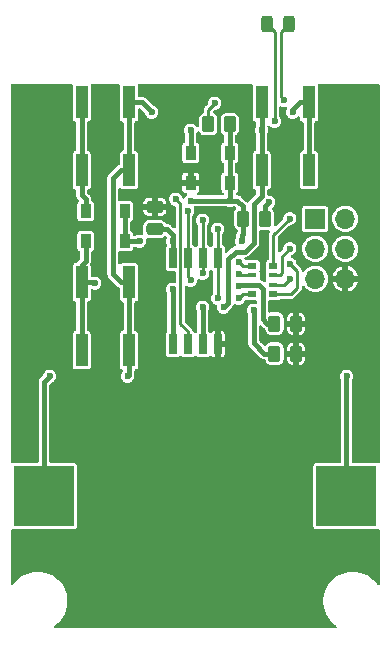
<source format=gtl>
%TF.GenerationSoftware,KiCad,Pcbnew,(6.0.8)*%
%TF.CreationDate,2022-11-07T13:32:54+08:00*%
%TF.ProjectId,remote,72656d6f-7465-42e6-9b69-6361645f7063,rev?*%
%TF.SameCoordinates,Original*%
%TF.FileFunction,Copper,L1,Top*%
%TF.FilePolarity,Positive*%
%FSLAX46Y46*%
G04 Gerber Fmt 4.6, Leading zero omitted, Abs format (unit mm)*
G04 Created by KiCad (PCBNEW (6.0.8)) date 2022-11-07 13:32:54*
%MOMM*%
%LPD*%
G01*
G04 APERTURE LIST*
G04 Aperture macros list*
%AMRoundRect*
0 Rectangle with rounded corners*
0 $1 Rounding radius*
0 $2 $3 $4 $5 $6 $7 $8 $9 X,Y pos of 4 corners*
0 Add a 4 corners polygon primitive as box body*
4,1,4,$2,$3,$4,$5,$6,$7,$8,$9,$2,$3,0*
0 Add four circle primitives for the rounded corners*
1,1,$1+$1,$2,$3*
1,1,$1+$1,$4,$5*
1,1,$1+$1,$6,$7*
1,1,$1+$1,$8,$9*
0 Add four rect primitives between the rounded corners*
20,1,$1+$1,$2,$3,$4,$5,0*
20,1,$1+$1,$4,$5,$6,$7,0*
20,1,$1+$1,$6,$7,$8,$9,0*
20,1,$1+$1,$8,$9,$2,$3,0*%
G04 Aperture macros list end*
%TA.AperFunction,SMDPad,CuDef*%
%ADD10R,0.900000X1.200000*%
%TD*%
%TA.AperFunction,SMDPad,CuDef*%
%ADD11RoundRect,0.250000X0.262500X0.450000X-0.262500X0.450000X-0.262500X-0.450000X0.262500X-0.450000X0*%
%TD*%
%TA.AperFunction,SMDPad,CuDef*%
%ADD12R,1.000000X2.750000*%
%TD*%
%TA.AperFunction,SMDPad,CuDef*%
%ADD13R,5.100000X5.100000*%
%TD*%
%TA.AperFunction,SMDPad,CuDef*%
%ADD14C,17.800000*%
%TD*%
%TA.AperFunction,SMDPad,CuDef*%
%ADD15RoundRect,0.250000X-0.475000X0.250000X-0.475000X-0.250000X0.475000X-0.250000X0.475000X0.250000X0*%
%TD*%
%TA.AperFunction,SMDPad,CuDef*%
%ADD16R,0.800000X0.500000*%
%TD*%
%TA.AperFunction,SMDPad,CuDef*%
%ADD17R,0.800000X0.400000*%
%TD*%
%TA.AperFunction,SMDPad,CuDef*%
%ADD18RoundRect,0.250000X-0.262500X-0.450000X0.262500X-0.450000X0.262500X0.450000X-0.262500X0.450000X0*%
%TD*%
%TA.AperFunction,ComponentPad*%
%ADD19R,1.700000X1.700000*%
%TD*%
%TA.AperFunction,ComponentPad*%
%ADD20O,1.700000X1.700000*%
%TD*%
%TA.AperFunction,SMDPad,CuDef*%
%ADD21R,0.650000X1.700000*%
%TD*%
%TA.AperFunction,SMDPad,CuDef*%
%ADD22RoundRect,0.243750X-0.243750X-0.456250X0.243750X-0.456250X0.243750X0.456250X-0.243750X0.456250X0*%
%TD*%
%TA.AperFunction,ViaPad*%
%ADD23C,0.600000*%
%TD*%
%TA.AperFunction,Conductor*%
%ADD24C,0.250000*%
%TD*%
%TA.AperFunction,Conductor*%
%ADD25C,0.400000*%
%TD*%
G04 APERTURE END LIST*
D10*
%TO.P,D2,2,A*%
%TO.N,GND*%
X15495000Y-17907000D03*
%TO.P,D2,1,K*%
%TO.N,VDD*%
X18795000Y-17907000D03*
%TD*%
D11*
%TO.P,R1,2*%
%TO.N,VDD*%
X19915500Y-20955000D03*
%TO.P,R1,1*%
%TO.N,Net-(J1-Pad2)*%
X21740500Y-20955000D03*
%TD*%
%TO.P,R4,1*%
%TO.N,VDD*%
X18796000Y-12954000D03*
%TO.P,R4,2*%
%TO.N,Net-(D1-Pad2)*%
X16971000Y-12954000D03*
%TD*%
D10*
%TO.P,D5,1,K*%
%TO.N,VDD*%
X9905000Y-22860000D03*
%TO.P,D5,2,A*%
%TO.N,/RST*%
X6605000Y-22860000D03*
%TD*%
D12*
%TO.P,SW1,1,1*%
%TO.N,Net-(BT1-Pad1)*%
X25495000Y-11090000D03*
X25495000Y-16850000D03*
%TO.P,SW1,2,2*%
%TO.N,/SW1*%
X21495000Y-16850000D03*
X21495000Y-11090000D03*
%TD*%
D13*
%TO.P,BT1,1,+*%
%TO.N,Net-(BT1-Pad1)*%
X28675000Y-44450000D03*
X3075000Y-44450000D03*
D14*
%TO.P,BT1,2,-*%
%TO.N,GND*%
X15875000Y-44450000D03*
%TD*%
D15*
%TO.P,C1,1*%
%TO.N,GND*%
X12446000Y-19944000D03*
%TO.P,C1,2*%
%TO.N,VDD*%
X12446000Y-21844000D03*
%TD*%
D12*
%TO.P,SW2,1,1*%
%TO.N,Net-(BT1-Pad1)*%
X10255000Y-32090000D03*
X10255000Y-26330000D03*
%TO.P,SW2,2,2*%
%TO.N,/RST*%
X6255000Y-26330000D03*
X6255000Y-32090000D03*
%TD*%
D16*
%TO.P,RN1,1,R1.1*%
%TO.N,Net-(J1-Pad4)*%
X22490000Y-27362000D03*
D17*
%TO.P,RN1,2,R2.1*%
%TO.N,Net-(J1-Pad5)*%
X22490000Y-26562000D03*
%TO.P,RN1,3,R3.1*%
%TO.N,Net-(J1-Pad3)*%
X22490000Y-25762000D03*
D16*
%TO.P,RN1,4,R4.1*%
%TO.N,Net-(J1-Pad1)*%
X22490000Y-24962000D03*
%TO.P,RN1,5,R4.2*%
%TO.N,/DO*%
X20690000Y-24962000D03*
D17*
%TO.P,RN1,6,R3.2*%
%TO.N,/SCK*%
X20690000Y-25762000D03*
%TO.P,RN1,7,R2.2*%
%TO.N,/RST*%
X20690000Y-26562000D03*
D16*
%TO.P,RN1,8,R1.2*%
%TO.N,/DI*%
X20690000Y-27362000D03*
%TD*%
D10*
%TO.P,D3,1,K*%
%TO.N,VDD*%
X9905000Y-20320000D03*
%TO.P,D3,2,A*%
%TO.N,Net-(D3-Pad2)*%
X6605000Y-20320000D03*
%TD*%
D18*
%TO.P,R3\u002A,1*%
%TO.N,/RST*%
X22582500Y-29845000D03*
%TO.P,R3\u002A,2*%
%TO.N,GND*%
X24407500Y-29845000D03*
%TD*%
D12*
%TO.P,SW0,1,1*%
%TO.N,Net-(BT1-Pad1)*%
X10255000Y-11090000D03*
X10255000Y-16850000D03*
%TO.P,SW0,2,2*%
%TO.N,Net-(D3-Pad2)*%
X6255000Y-16850000D03*
X6255000Y-11090000D03*
%TD*%
D19*
%TO.P,J1,1,Pin_1*%
%TO.N,Net-(J1-Pad1)*%
X26030000Y-20970000D03*
D20*
%TO.P,J1,2,Pin_2*%
%TO.N,Net-(J1-Pad2)*%
X28570000Y-20970000D03*
%TO.P,J1,3,Pin_3*%
%TO.N,Net-(J1-Pad3)*%
X26030000Y-23510000D03*
%TO.P,J1,4,Pin_4*%
%TO.N,Net-(J1-Pad4)*%
X28570000Y-23510000D03*
%TO.P,J1,5,Pin_5*%
%TO.N,Net-(J1-Pad5)*%
X26030000Y-26050000D03*
%TO.P,J1,6,Pin_6*%
%TO.N,GND*%
X28570000Y-26050000D03*
%TD*%
D21*
%TO.P,U1,1,~{RESET}/PB5*%
%TO.N,/RST*%
X13970000Y-31590000D03*
%TO.P,U1,2,XTAL1/PB3*%
%TO.N,Net-(U1-Pad2)*%
X15240000Y-31590000D03*
%TO.P,U1,3,XTAL2/PB4*%
%TO.N,/SW1*%
X16510000Y-31590000D03*
%TO.P,U1,4,GND*%
%TO.N,GND*%
X17780000Y-31590000D03*
%TO.P,U1,5,AREF/PB0*%
%TO.N,/DI*%
X17780000Y-24290000D03*
%TO.P,U1,6,PB1*%
%TO.N,/DO*%
X16510000Y-24290000D03*
%TO.P,U1,7,PB2*%
%TO.N,/SCK*%
X15240000Y-24290000D03*
%TO.P,U1,8,VCC*%
%TO.N,VDD*%
X13970000Y-24290000D03*
%TD*%
D10*
%TO.P,D4,2,A*%
%TO.N,/SW1*%
X15495000Y-15367000D03*
%TO.P,D4,1,K*%
%TO.N,VDD*%
X18795000Y-15367000D03*
%TD*%
D22*
%TO.P,D1,1,K*%
%TO.N,/LED*%
X21922500Y-4445000D03*
%TO.P,D1,2,A*%
%TO.N,Net-(D1-Pad2)*%
X23797500Y-4445000D03*
%TD*%
D18*
%TO.P,R2,1*%
%TO.N,/SW1*%
X22582500Y-32385000D03*
%TO.P,R2,2*%
%TO.N,GND*%
X24407500Y-32385000D03*
%TD*%
D23*
%TO.N,Net-(J1-Pad2)*%
X22098000Y-19558000D03*
%TO.N,/SW1*%
X15494000Y-13462000D03*
X21495000Y-13462000D03*
%TO.N,Net-(D1-Pad2)*%
X17526000Y-11176000D03*
%TO.N,VDD*%
X15494000Y-19431000D03*
%TO.N,GND*%
X8382000Y-10160000D03*
X7874000Y-33020000D03*
X23622000Y-18288000D03*
X23622000Y-16256000D03*
%TO.N,Net-(D1-Pad2)*%
X23368000Y-10922000D03*
%TO.N,GND*%
X17018000Y-14986000D03*
X13462000Y-16002000D03*
X22352000Y-14478000D03*
%TO.N,/RST*%
X7366000Y-26416000D03*
%TO.N,GND*%
X18542000Y-33528000D03*
X27432000Y-48768000D03*
X30480000Y-26670000D03*
X1016000Y-48768000D03*
X28575000Y-29845000D03*
X3810000Y-29845000D03*
X14224000Y-10922000D03*
X24765000Y-38100000D03*
X18796000Y-10414000D03*
X1270000Y-39370000D03*
X21082000Y-33528000D03*
X12446000Y-29972000D03*
X12446000Y-33020000D03*
X24384000Y-13970000D03*
X5080000Y-38735000D03*
X18796000Y-21844000D03*
X4445000Y-19050000D03*
X3175000Y-16510000D03*
X30226000Y-11176000D03*
X29972000Y-48514000D03*
X26162000Y-29718000D03*
X24920752Y-53391693D03*
X7620000Y-29972000D03*
X5080000Y-21590000D03*
X26035000Y-36195000D03*
X11176000Y-23876000D03*
X30099000Y-17526000D03*
X8890000Y-13335000D03*
X1270000Y-10795000D03*
X19558000Y-31242000D03*
X25908000Y-54864000D03*
X30480000Y-19050000D03*
X1905000Y-13335000D03*
X1905000Y-18415000D03*
X1905000Y-33655000D03*
X1905000Y-28575000D03*
X1270000Y-31115000D03*
X29464000Y-14986000D03*
X4445000Y-36195000D03*
X22098000Y-55118000D03*
X29210000Y-32385000D03*
X5842000Y-52070000D03*
X3175000Y-26670000D03*
X30480000Y-24130000D03*
X1270000Y-15875000D03*
X8636000Y-54864000D03*
X28956000Y-13081000D03*
X30480000Y-35560000D03*
X8128000Y-35814000D03*
X6350000Y-36830000D03*
X3175000Y-21590000D03*
X12446000Y-10160000D03*
X30480000Y-30480000D03*
X7620000Y-12065000D03*
X1270000Y-26035000D03*
X12446000Y-25400000D03*
X4445000Y-24765000D03*
X25908000Y-32004000D03*
X21590000Y-31242000D03*
X1270000Y-36830000D03*
X23876000Y-28448000D03*
X7620000Y-15240000D03*
X24130000Y-35560000D03*
X1905000Y-23495000D03*
X28194000Y-16891000D03*
X8890000Y-30988000D03*
X3175000Y-31750000D03*
X30480000Y-38100000D03*
X30480000Y-21590000D03*
X16256000Y-10160000D03*
X26924000Y-39370000D03*
X17780000Y-20574000D03*
X30480000Y-40640000D03*
X3175000Y-11430000D03*
X13462000Y-13716000D03*
X1270000Y-20955000D03*
X4318000Y-48514000D03*
X21717000Y-22352000D03*
X28321000Y-10541000D03*
X8128000Y-27686000D03*
%TO.N,VDD*%
X13970000Y-22860000D03*
X11176000Y-22860000D03*
X18796000Y-19431000D03*
X19812000Y-22860000D03*
%TO.N,/SW1*%
X18288000Y-28448000D03*
X20828000Y-28702000D03*
X16510000Y-28448000D03*
%TO.N,Net-(J1-Pad1)*%
X23876000Y-20955000D03*
%TO.N,Net-(J1-Pad3)*%
X23876000Y-23495000D03*
%TO.N,Net-(J1-Pad4)*%
X23876000Y-24765000D03*
%TO.N,Net-(J1-Pad5)*%
X23876000Y-26035000D03*
%TO.N,/DO*%
X16510000Y-21082000D03*
X19558000Y-24638000D03*
X16510000Y-25577500D03*
%TO.N,/SCK*%
X15494000Y-26162000D03*
X19558000Y-25654000D03*
X15240000Y-20320000D03*
%TO.N,Net-(BT1-Pad1)*%
X10160000Y-34290000D03*
X3556000Y-34290000D03*
X3075000Y-44450000D03*
X12192000Y-11938000D03*
X28675000Y-44450000D03*
X24130000Y-11938000D03*
X28702000Y-34290000D03*
%TO.N,/RST*%
X19558000Y-26670000D03*
X13970000Y-26924000D03*
%TO.N,/LED*%
X22606000Y-12700000D03*
%TO.N,/DI*%
X19558000Y-27686000D03*
X17780000Y-21844000D03*
X17780000Y-27686000D03*
%TO.N,Net-(U1-Pad2)*%
X14224000Y-19304000D03*
%TD*%
D24*
%TO.N,Net-(D1-Pad2)*%
X16971000Y-12954000D02*
X16971000Y-11731000D01*
D25*
%TO.N,VDD*%
X18796000Y-12954000D02*
X18796000Y-15366000D01*
%TO.N,Net-(J1-Pad2)*%
X21740500Y-20955000D02*
X21740500Y-19915500D01*
X21740500Y-19915500D02*
X22098000Y-19558000D01*
%TO.N,VDD*%
X19939000Y-20978500D02*
X19915500Y-20955000D01*
X19939000Y-22225000D02*
X19939000Y-20978500D01*
X18796000Y-19431000D02*
X19431000Y-19431000D01*
X19431000Y-19431000D02*
X19915500Y-19915500D01*
X19812000Y-22860000D02*
X19812000Y-22352000D01*
X19812000Y-22352000D02*
X19939000Y-22225000D01*
X19915500Y-19915500D02*
X19915500Y-20955000D01*
%TO.N,/SW1*%
X15494000Y-15366000D02*
X15495000Y-15367000D01*
X15494000Y-13462000D02*
X15494000Y-15366000D01*
D24*
%TO.N,Net-(D1-Pad2)*%
X16971000Y-11731000D02*
X17526000Y-11176000D01*
D25*
%TO.N,VDD*%
X18795000Y-15367000D02*
X18795000Y-17907000D01*
X18795000Y-19430000D02*
X18796000Y-19431000D01*
X18795000Y-17907000D02*
X18795000Y-19430000D01*
X18796000Y-15366000D02*
X18795000Y-15367000D01*
D24*
%TO.N,Net-(D1-Pad2)*%
X23114000Y-10668000D02*
X23368000Y-10922000D01*
X23114000Y-5128500D02*
X23114000Y-10668000D01*
X23797500Y-4445000D02*
X23114000Y-5128500D01*
%TO.N,/LED*%
X22606000Y-5128500D02*
X21922500Y-4445000D01*
X22606000Y-12700000D02*
X22606000Y-5128500D01*
D25*
%TO.N,/SW1*%
X21495000Y-11090000D02*
X21495000Y-16850000D01*
%TO.N,VDD*%
X15494000Y-19431000D02*
X18796000Y-19431000D01*
D24*
%TO.N,Net-(U1-Pad2)*%
X15240000Y-30480000D02*
X15240000Y-31590000D01*
X14224000Y-19304000D02*
X14605000Y-19685000D01*
X14605000Y-29845000D02*
X15240000Y-30480000D01*
X14605000Y-19685000D02*
X14605000Y-29845000D01*
D25*
%TO.N,/RST*%
X7280000Y-26330000D02*
X7366000Y-26416000D01*
X6255000Y-26330000D02*
X7280000Y-26330000D01*
%TO.N,VDD*%
X13970000Y-22860000D02*
X13970000Y-22352000D01*
X13970000Y-24290000D02*
X13970000Y-22860000D01*
X9905000Y-22860000D02*
X11176000Y-22860000D01*
X13970000Y-22352000D02*
X13462000Y-21844000D01*
X13462000Y-21844000D02*
X12446000Y-21844000D01*
X9905000Y-20320000D02*
X9905000Y-22860000D01*
%TO.N,/SW1*%
X20066000Y-23749000D02*
X20828000Y-22987000D01*
X19304000Y-23749000D02*
X20066000Y-23749000D01*
X21495000Y-19018000D02*
X21495000Y-16850000D01*
X20828000Y-28702000D02*
X20828000Y-31496000D01*
X16510000Y-28448000D02*
X16510000Y-31590000D01*
X18288000Y-28448000D02*
X18669000Y-28067000D01*
X20828000Y-19685000D02*
X21495000Y-19018000D01*
X18669000Y-24384000D02*
X19304000Y-23749000D01*
X18669000Y-28067000D02*
X18669000Y-24384000D01*
X20828000Y-31496000D02*
X21717000Y-32385000D01*
X20828000Y-22987000D02*
X20828000Y-19685000D01*
X21717000Y-32385000D02*
X22582500Y-32385000D01*
D24*
%TO.N,Net-(J1-Pad1)*%
X22490000Y-22341000D02*
X22490000Y-24962000D01*
X23876000Y-20955000D02*
X22490000Y-22341000D01*
%TO.N,Net-(J1-Pad3)*%
X23241000Y-24130000D02*
X23241000Y-25527000D01*
X23006000Y-25762000D02*
X22490000Y-25762000D01*
X23241000Y-25527000D02*
X23006000Y-25762000D01*
X23876000Y-23495000D02*
X23241000Y-24130000D01*
%TO.N,Net-(J1-Pad4)*%
X24511000Y-25400000D02*
X24511000Y-26797000D01*
X23946000Y-27362000D02*
X22490000Y-27362000D01*
X24511000Y-26797000D02*
X23946000Y-27362000D01*
X23876000Y-24765000D02*
X24511000Y-25400000D01*
%TO.N,Net-(J1-Pad5)*%
X23876000Y-26035000D02*
X23349000Y-26562000D01*
X23349000Y-26562000D02*
X22490000Y-26562000D01*
%TO.N,/DO*%
X19882000Y-24962000D02*
X19558000Y-24638000D01*
X16510000Y-21082000D02*
X16510000Y-24290000D01*
X16510000Y-25577500D02*
X16510000Y-24290000D01*
X20690000Y-24962000D02*
X19882000Y-24962000D01*
%TO.N,/SCK*%
X20690000Y-25762000D02*
X19666000Y-25762000D01*
X15240000Y-20320000D02*
X15240000Y-24290000D01*
X15240000Y-25908000D02*
X15494000Y-26162000D01*
X15240000Y-24290000D02*
X15240000Y-25908000D01*
X19666000Y-25762000D02*
X19558000Y-25654000D01*
D25*
%TO.N,Net-(BT1-Pad1)*%
X9566000Y-16850000D02*
X8890000Y-17526000D01*
X10255000Y-32090000D02*
X10255000Y-34195000D01*
X25495000Y-11090000D02*
X24724000Y-11090000D01*
X10255000Y-26330000D02*
X10255000Y-32090000D01*
X28702000Y-34290000D02*
X28675000Y-34317000D01*
X9566000Y-26330000D02*
X10255000Y-26330000D01*
X3075000Y-34771000D02*
X3556000Y-34290000D01*
X11344000Y-11090000D02*
X12192000Y-11938000D01*
X3075000Y-44450000D02*
X3075000Y-34771000D01*
X10255000Y-11090000D02*
X11344000Y-11090000D01*
X24130000Y-11684000D02*
X24130000Y-11938000D01*
X28675000Y-34317000D02*
X28675000Y-44450000D01*
X10255000Y-16850000D02*
X9566000Y-16850000D01*
X25495000Y-11090000D02*
X25495000Y-16850000D01*
X10255000Y-11090000D02*
X10255000Y-16850000D01*
X8890000Y-25654000D02*
X9566000Y-26330000D01*
X10255000Y-34195000D02*
X10160000Y-34290000D01*
X8890000Y-17526000D02*
X8890000Y-25654000D01*
X24724000Y-11090000D02*
X24130000Y-11684000D01*
%TO.N,Net-(D3-Pad2)*%
X6605000Y-19305000D02*
X6605000Y-20320000D01*
X6255000Y-16850000D02*
X6255000Y-18955000D01*
X6255000Y-11090000D02*
X6255000Y-16850000D01*
X6255000Y-18955000D02*
X6605000Y-19305000D01*
%TO.N,/RST*%
X21590000Y-26892000D02*
X21590000Y-29464000D01*
X21971000Y-29845000D02*
X22582500Y-29845000D01*
X19558000Y-26670000D02*
X19666000Y-26562000D01*
X13970000Y-26924000D02*
X13970000Y-31590000D01*
X6605000Y-22860000D02*
X6605000Y-24510000D01*
X21590000Y-29464000D02*
X21971000Y-29845000D01*
X20690000Y-26562000D02*
X21260000Y-26562000D01*
X19666000Y-26562000D02*
X20690000Y-26562000D01*
X21260000Y-26562000D02*
X21590000Y-26892000D01*
X6255000Y-26330000D02*
X6255000Y-32090000D01*
X6605000Y-24510000D02*
X6255000Y-24860000D01*
X6255000Y-24860000D02*
X6255000Y-26330000D01*
D24*
%TO.N,/DI*%
X20690000Y-27362000D02*
X19882000Y-27362000D01*
X19882000Y-27362000D02*
X19558000Y-27686000D01*
X17780000Y-21844000D02*
X17780000Y-24290000D01*
X17780000Y-27686000D02*
X17780000Y-24290000D01*
%TD*%
%TA.AperFunction,Conductor*%
%TO.N,GND*%
G36*
X5447897Y-9545002D02*
G01*
X5494390Y-9598658D01*
X5503355Y-9675581D01*
X5500500Y-9689933D01*
X5500501Y-12490066D01*
X5515266Y-12564301D01*
X5571516Y-12648484D01*
X5655699Y-12704734D01*
X5699082Y-12713363D01*
X5761991Y-12746270D01*
X5797123Y-12807965D01*
X5800500Y-12836942D01*
X5800500Y-15103059D01*
X5780498Y-15171180D01*
X5726842Y-15217673D01*
X5699079Y-15226638D01*
X5667874Y-15232844D01*
X5667872Y-15232845D01*
X5655699Y-15235266D01*
X5645379Y-15242161D01*
X5645378Y-15242162D01*
X5584985Y-15282516D01*
X5571516Y-15291516D01*
X5515266Y-15375699D01*
X5500500Y-15449933D01*
X5500501Y-18250066D01*
X5515266Y-18324301D01*
X5522161Y-18334620D01*
X5522162Y-18334622D01*
X5544212Y-18367621D01*
X5571516Y-18408484D01*
X5655699Y-18464734D01*
X5699082Y-18473363D01*
X5761991Y-18506270D01*
X5797123Y-18567965D01*
X5800500Y-18596942D01*
X5800500Y-18920544D01*
X5799627Y-18935353D01*
X5795593Y-18969438D01*
X5797285Y-18978702D01*
X5797285Y-18978705D01*
X5806229Y-19027680D01*
X5806878Y-19031582D01*
X5811491Y-19062258D01*
X5815685Y-19090151D01*
X5818838Y-19096718D01*
X5820147Y-19103883D01*
X5847462Y-19156467D01*
X5849205Y-19159957D01*
X5874846Y-19213353D01*
X5879741Y-19218648D01*
X5879834Y-19218787D01*
X5883148Y-19225166D01*
X5887494Y-19230254D01*
X5925076Y-19267836D01*
X5928506Y-19271401D01*
X5967617Y-19313712D01*
X5974017Y-19317430D01*
X5980277Y-19323037D01*
X5996176Y-19338936D01*
X6030202Y-19401248D01*
X6025137Y-19472063D01*
X5988337Y-19518574D01*
X5990609Y-19520846D01*
X5981832Y-19529623D01*
X5971516Y-19536516D01*
X5915266Y-19620699D01*
X5900500Y-19694933D01*
X5900501Y-20945066D01*
X5905460Y-20970000D01*
X5912131Y-21003538D01*
X5915266Y-21019301D01*
X5922161Y-21029620D01*
X5922162Y-21029622D01*
X5957161Y-21082000D01*
X5971516Y-21103484D01*
X6055699Y-21159734D01*
X6129933Y-21174500D01*
X6604923Y-21174500D01*
X7080066Y-21174499D01*
X7115818Y-21167388D01*
X7142126Y-21162156D01*
X7142128Y-21162155D01*
X7154301Y-21159734D01*
X7164621Y-21152839D01*
X7164622Y-21152838D01*
X7228168Y-21110377D01*
X7238484Y-21103484D01*
X7294734Y-21019301D01*
X7309500Y-20945067D01*
X7309499Y-19694934D01*
X7300504Y-19649708D01*
X7297156Y-19632874D01*
X7297155Y-19632872D01*
X7294734Y-19620699D01*
X7275899Y-19592510D01*
X7245377Y-19546832D01*
X7238484Y-19536516D01*
X7154301Y-19480266D01*
X7142127Y-19477845D01*
X7137281Y-19475837D01*
X7082001Y-19431288D01*
X7059500Y-19359428D01*
X7059500Y-19339456D01*
X7060373Y-19324647D01*
X7063300Y-19299915D01*
X7064407Y-19290562D01*
X7062715Y-19281295D01*
X7053771Y-19232320D01*
X7053122Y-19228418D01*
X7045716Y-19179164D01*
X7045715Y-19179161D01*
X7044315Y-19169849D01*
X7041162Y-19163282D01*
X7039853Y-19156117D01*
X7012538Y-19103533D01*
X7010788Y-19100030D01*
X7009198Y-19096718D01*
X6985154Y-19046647D01*
X6980259Y-19041352D01*
X6980166Y-19041213D01*
X6976852Y-19034834D01*
X6972506Y-19029746D01*
X6934924Y-18992164D01*
X6931494Y-18988598D01*
X6924866Y-18981428D01*
X6892383Y-18946288D01*
X6885983Y-18942570D01*
X6879723Y-18936963D01*
X6746405Y-18803645D01*
X6712379Y-18741333D01*
X6709500Y-18714550D01*
X6709500Y-18596941D01*
X6729502Y-18528820D01*
X6783158Y-18482327D01*
X6810921Y-18473362D01*
X6842126Y-18467156D01*
X6842128Y-18467155D01*
X6854301Y-18464734D01*
X6864621Y-18457839D01*
X6864622Y-18457838D01*
X6928168Y-18415377D01*
X6938484Y-18408484D01*
X6965788Y-18367621D01*
X6987839Y-18334620D01*
X6994734Y-18324301D01*
X7009500Y-18250067D01*
X7009499Y-15449934D01*
X6994734Y-15375699D01*
X6938484Y-15291516D01*
X6854301Y-15235266D01*
X6810918Y-15226637D01*
X6748009Y-15193730D01*
X6712877Y-15132035D01*
X6709500Y-15103058D01*
X6709500Y-12836941D01*
X6729502Y-12768820D01*
X6783158Y-12722327D01*
X6810921Y-12713362D01*
X6842126Y-12707156D01*
X6842128Y-12707155D01*
X6854301Y-12704734D01*
X6864621Y-12697839D01*
X6864622Y-12697838D01*
X6928168Y-12655377D01*
X6938484Y-12648484D01*
X6994734Y-12564301D01*
X7009500Y-12490067D01*
X7009499Y-9689934D01*
X7006643Y-9675576D01*
X7012973Y-9604864D01*
X7056529Y-9548798D01*
X7130223Y-9525000D01*
X9379776Y-9525000D01*
X9447897Y-9545002D01*
X9494390Y-9598658D01*
X9503355Y-9675581D01*
X9500500Y-9689933D01*
X9500501Y-12490066D01*
X9515266Y-12564301D01*
X9571516Y-12648484D01*
X9655699Y-12704734D01*
X9699082Y-12713363D01*
X9761991Y-12746270D01*
X9797123Y-12807965D01*
X9800500Y-12836942D01*
X9800500Y-15103059D01*
X9780498Y-15171180D01*
X9726842Y-15217673D01*
X9699079Y-15226638D01*
X9667874Y-15232844D01*
X9667872Y-15232845D01*
X9655699Y-15235266D01*
X9645379Y-15242161D01*
X9645378Y-15242162D01*
X9584985Y-15282516D01*
X9571516Y-15291516D01*
X9515266Y-15375699D01*
X9500500Y-15449933D01*
X9500500Y-16297969D01*
X9480498Y-16366090D01*
X9429099Y-16411525D01*
X9428604Y-16411763D01*
X9422947Y-16414082D01*
X9417116Y-16415147D01*
X9369311Y-16439979D01*
X9364574Y-16442440D01*
X9361037Y-16444208D01*
X9307647Y-16469846D01*
X9302351Y-16474742D01*
X9302215Y-16474834D01*
X9295834Y-16478148D01*
X9290746Y-16482494D01*
X9253164Y-16520076D01*
X9249599Y-16523506D01*
X9207288Y-16562617D01*
X9203570Y-16569017D01*
X9197963Y-16575277D01*
X8592989Y-17180251D01*
X8581900Y-17190106D01*
X8554941Y-17211359D01*
X8549056Y-17219874D01*
X8521258Y-17260094D01*
X8518976Y-17263287D01*
X8483791Y-17310924D01*
X8481377Y-17317797D01*
X8477236Y-17323789D01*
X8474396Y-17332770D01*
X8459374Y-17380270D01*
X8458129Y-17383999D01*
X8438507Y-17439874D01*
X8438224Y-17447078D01*
X8438191Y-17447249D01*
X8436025Y-17454097D01*
X8435500Y-17460768D01*
X8435500Y-17513938D01*
X8435403Y-17518884D01*
X8433142Y-17576437D01*
X8435039Y-17583592D01*
X8435500Y-17591967D01*
X8435500Y-25619544D01*
X8434627Y-25634353D01*
X8430593Y-25668438D01*
X8432285Y-25677702D01*
X8432285Y-25677705D01*
X8441229Y-25726680D01*
X8441878Y-25730582D01*
X8444723Y-25749500D01*
X8450685Y-25789151D01*
X8453838Y-25795718D01*
X8455147Y-25802883D01*
X8482462Y-25855467D01*
X8484205Y-25858957D01*
X8509846Y-25912353D01*
X8514741Y-25917648D01*
X8514834Y-25917787D01*
X8518148Y-25924166D01*
X8522494Y-25929254D01*
X8560076Y-25966836D01*
X8563506Y-25970401D01*
X8602617Y-26012712D01*
X8609017Y-26016430D01*
X8615277Y-26022037D01*
X9220251Y-26627011D01*
X9230106Y-26638100D01*
X9251359Y-26665059D01*
X9259106Y-26670413D01*
X9259110Y-26670417D01*
X9300072Y-26698728D01*
X9303292Y-26701029D01*
X9343342Y-26730610D01*
X9343344Y-26730611D01*
X9350923Y-26736209D01*
X9357798Y-26738623D01*
X9363789Y-26742764D01*
X9380703Y-26748113D01*
X9412494Y-26758167D01*
X9471413Y-26797778D01*
X9499563Y-26862956D01*
X9500501Y-26878302D01*
X9500501Y-27730066D01*
X9515266Y-27804301D01*
X9522161Y-27814620D01*
X9522162Y-27814622D01*
X9546960Y-27851734D01*
X9571516Y-27888484D01*
X9655699Y-27944734D01*
X9699082Y-27953363D01*
X9761991Y-27986270D01*
X9797123Y-28047965D01*
X9800500Y-28076942D01*
X9800500Y-30343059D01*
X9780498Y-30411180D01*
X9726842Y-30457673D01*
X9699079Y-30466638D01*
X9667874Y-30472844D01*
X9667872Y-30472845D01*
X9655699Y-30475266D01*
X9645379Y-30482161D01*
X9645378Y-30482162D01*
X9612522Y-30504116D01*
X9571516Y-30531516D01*
X9515266Y-30615699D01*
X9500500Y-30689933D01*
X9500501Y-33490066D01*
X9515266Y-33564301D01*
X9571516Y-33648484D01*
X9655699Y-33704734D01*
X9667869Y-33707155D01*
X9667872Y-33707156D01*
X9677729Y-33709116D01*
X9740639Y-33742022D01*
X9775772Y-33803716D01*
X9771974Y-33874611D01*
X9753113Y-33909399D01*
X9702857Y-33974894D01*
X9675645Y-34010358D01*
X9619772Y-34145246D01*
X9600715Y-34290000D01*
X9619772Y-34434754D01*
X9622931Y-34442380D01*
X9669963Y-34555924D01*
X9675645Y-34569642D01*
X9764526Y-34685474D01*
X9771076Y-34690500D01*
X9771079Y-34690503D01*
X9860265Y-34758938D01*
X9880357Y-34774355D01*
X10015246Y-34830228D01*
X10160000Y-34849285D01*
X10168188Y-34848207D01*
X10296566Y-34831306D01*
X10304754Y-34830228D01*
X10439643Y-34774355D01*
X10459735Y-34758938D01*
X10548921Y-34690503D01*
X10548924Y-34690500D01*
X10555474Y-34685474D01*
X10644355Y-34569642D01*
X10650038Y-34555924D01*
X10697069Y-34442380D01*
X10700228Y-34434754D01*
X10719285Y-34290000D01*
X10710578Y-34223863D01*
X10709500Y-34207417D01*
X10709500Y-34207052D01*
X10709597Y-34202105D01*
X10711488Y-34153975D01*
X10711858Y-34144563D01*
X10709961Y-34137408D01*
X10709500Y-34129033D01*
X10709500Y-33836941D01*
X10729502Y-33768820D01*
X10783158Y-33722327D01*
X10810921Y-33713362D01*
X10842126Y-33707156D01*
X10842128Y-33707155D01*
X10854301Y-33704734D01*
X10864621Y-33697839D01*
X10864622Y-33697838D01*
X10928168Y-33655377D01*
X10938484Y-33648484D01*
X10994734Y-33564301D01*
X11009500Y-33490067D01*
X11009499Y-30689934D01*
X11000252Y-30643443D01*
X10997156Y-30627874D01*
X10997155Y-30627872D01*
X10994734Y-30615699D01*
X10938484Y-30531516D01*
X10854301Y-30475266D01*
X10810918Y-30466637D01*
X10748009Y-30433730D01*
X10712877Y-30372035D01*
X10709500Y-30343058D01*
X10709500Y-28076941D01*
X10729502Y-28008820D01*
X10783158Y-27962327D01*
X10810921Y-27953362D01*
X10842126Y-27947156D01*
X10842128Y-27947155D01*
X10854301Y-27944734D01*
X10864621Y-27937839D01*
X10864622Y-27937838D01*
X10928168Y-27895377D01*
X10938484Y-27888484D01*
X10994734Y-27804301D01*
X11009500Y-27730067D01*
X11009499Y-24929934D01*
X10994734Y-24855699D01*
X10971723Y-24821260D01*
X10945377Y-24781832D01*
X10938484Y-24771516D01*
X10854301Y-24715266D01*
X10780067Y-24700500D01*
X10255085Y-24700500D01*
X9729934Y-24700501D01*
X9694182Y-24707612D01*
X9667874Y-24712844D01*
X9667872Y-24712845D01*
X9655699Y-24715266D01*
X9645379Y-24722161D01*
X9645378Y-24722162D01*
X9641017Y-24725076D01*
X9571516Y-24771516D01*
X9564623Y-24781832D01*
X9559595Y-24786860D01*
X9497283Y-24820886D01*
X9426468Y-24815821D01*
X9369632Y-24773274D01*
X9344821Y-24706754D01*
X9344500Y-24697765D01*
X9344500Y-23840500D01*
X9364502Y-23772379D01*
X9418158Y-23725886D01*
X9470500Y-23714500D01*
X10254299Y-23714499D01*
X10380066Y-23714499D01*
X10415818Y-23707388D01*
X10442126Y-23702156D01*
X10442128Y-23702155D01*
X10454301Y-23699734D01*
X10464621Y-23692839D01*
X10464622Y-23692838D01*
X10528168Y-23650377D01*
X10538484Y-23643484D01*
X10594734Y-23559301D01*
X10609500Y-23485067D01*
X10609500Y-23440500D01*
X10629502Y-23372379D01*
X10683158Y-23325886D01*
X10735500Y-23314500D01*
X10814678Y-23314500D01*
X10882799Y-23334502D01*
X10889000Y-23338863D01*
X10889807Y-23339329D01*
X10896357Y-23344355D01*
X10903983Y-23347514D01*
X10903985Y-23347515D01*
X11023617Y-23397068D01*
X11031246Y-23400228D01*
X11176000Y-23419285D01*
X11184188Y-23418207D01*
X11209050Y-23414934D01*
X11320754Y-23400228D01*
X11455643Y-23344355D01*
X11462196Y-23339327D01*
X11564921Y-23260503D01*
X11564924Y-23260500D01*
X11571474Y-23255474D01*
X11660355Y-23139642D01*
X11663990Y-23130868D01*
X11711705Y-23015673D01*
X11716228Y-23004754D01*
X11725206Y-22936563D01*
X11734207Y-22868188D01*
X11735285Y-22860000D01*
X11718490Y-22732428D01*
X11729429Y-22662281D01*
X11776557Y-22609182D01*
X11844911Y-22589992D01*
X11861526Y-22592041D01*
X11861552Y-22591798D01*
X11923244Y-22598500D01*
X12968756Y-22598500D01*
X12972153Y-22598131D01*
X13022597Y-22592651D01*
X13022598Y-22592651D01*
X13030448Y-22591798D01*
X13037841Y-22589026D01*
X13037843Y-22589026D01*
X13080590Y-22573001D01*
X13165764Y-22541071D01*
X13278725Y-22456411D01*
X13345231Y-22431565D01*
X13414613Y-22446618D01*
X13443384Y-22468144D01*
X13446601Y-22471361D01*
X13480627Y-22533673D01*
X13473915Y-22608674D01*
X13463462Y-22633911D01*
X13429772Y-22715246D01*
X13428695Y-22723430D01*
X13428694Y-22723432D01*
X13422856Y-22767779D01*
X13410715Y-22860000D01*
X13411793Y-22868188D01*
X13420795Y-22936563D01*
X13429772Y-23004754D01*
X13432931Y-23012380D01*
X13432933Y-23012387D01*
X13481593Y-23129861D01*
X13489183Y-23200451D01*
X13460286Y-23255694D01*
X13461516Y-23256516D01*
X13423365Y-23313613D01*
X13405266Y-23340699D01*
X13390500Y-23414933D01*
X13390501Y-25165066D01*
X13394649Y-25185919D01*
X13402417Y-25224975D01*
X13405266Y-25239301D01*
X13412161Y-25249621D01*
X13412162Y-25249622D01*
X13448400Y-25303855D01*
X13461516Y-25323484D01*
X13545699Y-25379734D01*
X13619933Y-25394500D01*
X13648277Y-25394500D01*
X14099501Y-25394499D01*
X14167621Y-25414501D01*
X14214114Y-25468156D01*
X14225500Y-25520499D01*
X14225500Y-26254677D01*
X14205498Y-26322798D01*
X14151842Y-26369291D01*
X14083055Y-26379599D01*
X13970000Y-26364715D01*
X13961812Y-26365793D01*
X13833432Y-26382694D01*
X13833430Y-26382695D01*
X13825246Y-26383772D01*
X13817619Y-26386931D01*
X13817620Y-26386931D01*
X13697986Y-26436485D01*
X13697984Y-26436486D01*
X13690358Y-26439645D01*
X13574526Y-26528526D01*
X13485645Y-26644358D01*
X13482486Y-26651984D01*
X13482485Y-26651986D01*
X13467562Y-26688014D01*
X13429772Y-26779246D01*
X13428695Y-26787430D01*
X13428694Y-26787432D01*
X13417741Y-26870633D01*
X13410715Y-26924000D01*
X13411793Y-26932188D01*
X13428687Y-27060510D01*
X13429772Y-27068754D01*
X13432931Y-27076380D01*
X13475024Y-27178000D01*
X13485645Y-27203642D01*
X13490671Y-27210192D01*
X13494801Y-27217345D01*
X13493196Y-27218272D01*
X13515063Y-27274842D01*
X13515500Y-27285322D01*
X13515500Y-30453765D01*
X13495498Y-30521886D01*
X13478595Y-30542860D01*
X13471832Y-30549623D01*
X13461516Y-30556516D01*
X13454624Y-30566831D01*
X13454623Y-30566832D01*
X13413836Y-30627874D01*
X13405266Y-30640699D01*
X13390500Y-30714933D01*
X13390501Y-32465066D01*
X13405266Y-32539301D01*
X13412161Y-32549621D01*
X13412162Y-32549622D01*
X13452516Y-32610015D01*
X13461516Y-32623484D01*
X13545699Y-32679734D01*
X13619933Y-32694500D01*
X13969943Y-32694500D01*
X14320066Y-32694499D01*
X14356412Y-32687270D01*
X14382126Y-32682156D01*
X14382128Y-32682155D01*
X14394301Y-32679734D01*
X14404621Y-32672839D01*
X14404622Y-32672838D01*
X14468168Y-32630377D01*
X14478484Y-32623484D01*
X14500236Y-32590930D01*
X14554713Y-32545404D01*
X14625156Y-32536557D01*
X14689200Y-32567198D01*
X14709763Y-32590928D01*
X14731516Y-32623484D01*
X14815699Y-32679734D01*
X14889933Y-32694500D01*
X15239943Y-32694500D01*
X15590066Y-32694499D01*
X15626412Y-32687270D01*
X15652126Y-32682156D01*
X15652128Y-32682155D01*
X15664301Y-32679734D01*
X15674621Y-32672839D01*
X15674622Y-32672838D01*
X15738168Y-32630377D01*
X15748484Y-32623484D01*
X15770236Y-32590930D01*
X15824713Y-32545404D01*
X15895156Y-32536557D01*
X15959200Y-32567198D01*
X15979763Y-32590928D01*
X16001516Y-32623484D01*
X16085699Y-32679734D01*
X16159933Y-32694500D01*
X16509943Y-32694500D01*
X16860066Y-32694499D01*
X16896412Y-32687270D01*
X16922126Y-32682156D01*
X16922128Y-32682155D01*
X16934301Y-32679734D01*
X16944621Y-32672839D01*
X16944622Y-32672838D01*
X17008168Y-32630377D01*
X17018484Y-32623484D01*
X17040536Y-32590481D01*
X17095011Y-32544955D01*
X17165454Y-32536106D01*
X17229499Y-32566747D01*
X17250065Y-32590481D01*
X17264985Y-32612810D01*
X17282192Y-32630017D01*
X17345575Y-32672368D01*
X17368066Y-32681684D01*
X17423915Y-32692793D01*
X17436170Y-32694000D01*
X17507885Y-32694000D01*
X17523124Y-32689525D01*
X17524329Y-32688135D01*
X17526000Y-32680452D01*
X17526000Y-32675884D01*
X18034000Y-32675884D01*
X18038475Y-32691123D01*
X18039865Y-32692328D01*
X18047548Y-32693999D01*
X18123828Y-32693999D01*
X18136088Y-32692791D01*
X18191931Y-32681685D01*
X18214427Y-32672367D01*
X18277808Y-32630017D01*
X18295017Y-32612808D01*
X18337368Y-32549425D01*
X18346684Y-32526934D01*
X18357793Y-32471085D01*
X18359000Y-32458830D01*
X18359000Y-31862115D01*
X18354525Y-31846876D01*
X18353135Y-31845671D01*
X18345452Y-31844000D01*
X18052115Y-31844000D01*
X18036876Y-31848475D01*
X18035671Y-31849865D01*
X18034000Y-31857548D01*
X18034000Y-32675884D01*
X17526000Y-32675884D01*
X17526000Y-31317885D01*
X18034000Y-31317885D01*
X18038475Y-31333124D01*
X18039865Y-31334329D01*
X18047548Y-31336000D01*
X18340884Y-31336000D01*
X18356123Y-31331525D01*
X18357328Y-31330135D01*
X18358999Y-31322452D01*
X18358999Y-30721172D01*
X18357791Y-30708912D01*
X18346685Y-30653069D01*
X18337367Y-30630573D01*
X18295017Y-30567192D01*
X18277808Y-30549983D01*
X18214425Y-30507632D01*
X18191934Y-30498316D01*
X18136085Y-30487207D01*
X18123830Y-30486000D01*
X18052115Y-30486000D01*
X18036876Y-30490475D01*
X18035671Y-30491865D01*
X18034000Y-30499548D01*
X18034000Y-31317885D01*
X17526000Y-31317885D01*
X17526000Y-30504116D01*
X17521525Y-30488877D01*
X17520135Y-30487672D01*
X17512452Y-30486001D01*
X17436172Y-30486001D01*
X17423912Y-30487209D01*
X17368069Y-30498315D01*
X17345573Y-30507633D01*
X17282192Y-30549983D01*
X17264985Y-30567190D01*
X17250065Y-30589519D01*
X17195587Y-30635046D01*
X17125144Y-30643893D01*
X17061100Y-30613252D01*
X17040536Y-30589519D01*
X17018484Y-30556516D01*
X17008168Y-30549623D01*
X17001405Y-30542860D01*
X16967379Y-30480548D01*
X16964500Y-30453765D01*
X16964500Y-28809322D01*
X16984502Y-28741201D01*
X16988863Y-28734999D01*
X16989329Y-28734192D01*
X16994355Y-28727642D01*
X17004977Y-28702000D01*
X17047069Y-28600380D01*
X17050228Y-28592754D01*
X17069285Y-28448000D01*
X17053712Y-28329708D01*
X17051306Y-28311432D01*
X17051305Y-28311430D01*
X17050228Y-28303246D01*
X17017017Y-28223068D01*
X16997515Y-28175986D01*
X16997514Y-28175984D01*
X16994355Y-28168358D01*
X16949890Y-28110410D01*
X16910501Y-28059077D01*
X16910500Y-28059076D01*
X16905474Y-28052526D01*
X16898924Y-28047500D01*
X16898921Y-28047497D01*
X16796196Y-27968673D01*
X16796194Y-27968672D01*
X16789643Y-27963645D01*
X16654754Y-27907772D01*
X16510000Y-27888715D01*
X16501812Y-27889793D01*
X16373432Y-27906694D01*
X16373430Y-27906695D01*
X16365246Y-27907772D01*
X16325154Y-27924379D01*
X16237986Y-27960485D01*
X16237984Y-27960486D01*
X16230358Y-27963645D01*
X16114526Y-28052526D01*
X16025645Y-28168358D01*
X16022486Y-28175984D01*
X16022485Y-28175986D01*
X16002983Y-28223068D01*
X15969772Y-28303246D01*
X15968695Y-28311430D01*
X15968694Y-28311432D01*
X15966288Y-28329708D01*
X15950715Y-28448000D01*
X15969772Y-28592754D01*
X15972931Y-28600380D01*
X16015024Y-28702000D01*
X16025645Y-28727642D01*
X16030671Y-28734192D01*
X16034801Y-28741345D01*
X16033196Y-28742272D01*
X16055063Y-28798842D01*
X16055500Y-28809322D01*
X16055500Y-30453765D01*
X16035498Y-30521886D01*
X16018595Y-30542860D01*
X16011832Y-30549623D01*
X16001516Y-30556516D01*
X15979765Y-30589069D01*
X15925287Y-30634596D01*
X15854844Y-30643443D01*
X15790800Y-30612802D01*
X15770235Y-30589069D01*
X15748484Y-30556516D01*
X15669458Y-30503712D01*
X15623931Y-30449236D01*
X15614335Y-30413759D01*
X15612304Y-30396598D01*
X15609470Y-30372659D01*
X15605507Y-30364407D01*
X15604004Y-30355374D01*
X15599006Y-30346110D01*
X15579666Y-30310268D01*
X15576969Y-30304975D01*
X15558215Y-30265919D01*
X15558214Y-30265918D01*
X15554781Y-30258768D01*
X15551187Y-30254493D01*
X15549262Y-30252568D01*
X15547491Y-30250638D01*
X15547445Y-30250553D01*
X15547568Y-30250441D01*
X15547096Y-30249906D01*
X15544010Y-30244186D01*
X15504413Y-30207583D01*
X15500848Y-30204154D01*
X15021405Y-29724711D01*
X14987379Y-29662399D01*
X14984500Y-29635616D01*
X14984500Y-26725482D01*
X15004502Y-26657361D01*
X15058158Y-26610868D01*
X15128432Y-26600764D01*
X15187203Y-26625519D01*
X15193084Y-26630032D01*
X15214357Y-26646355D01*
X15349246Y-26702228D01*
X15494000Y-26721285D01*
X15502188Y-26720207D01*
X15630566Y-26703306D01*
X15638754Y-26702228D01*
X15773643Y-26646355D01*
X15784783Y-26637807D01*
X15882921Y-26562503D01*
X15882924Y-26562500D01*
X15889474Y-26557474D01*
X15911051Y-26529355D01*
X15973328Y-26448193D01*
X15978355Y-26441642D01*
X15983325Y-26429645D01*
X16031069Y-26314380D01*
X16034228Y-26306754D01*
X16039727Y-26264989D01*
X16053285Y-26162000D01*
X16056203Y-26162384D01*
X16072209Y-26107873D01*
X16125865Y-26061380D01*
X16196139Y-26051276D01*
X16229899Y-26062960D01*
X16230357Y-26061855D01*
X16347123Y-26110221D01*
X16365246Y-26117728D01*
X16510000Y-26136785D01*
X16518188Y-26135707D01*
X16520604Y-26135389D01*
X16654754Y-26117728D01*
X16789643Y-26061855D01*
X16805093Y-26050000D01*
X16898921Y-25978003D01*
X16898924Y-25978000D01*
X16905474Y-25972974D01*
X16994355Y-25857142D01*
X16998201Y-25847859D01*
X17047069Y-25729880D01*
X17050228Y-25722254D01*
X17069285Y-25577500D01*
X17050228Y-25432746D01*
X17048200Y-25427849D01*
X17049855Y-25358246D01*
X17089648Y-25299449D01*
X17154911Y-25271499D01*
X17224925Y-25283271D01*
X17258968Y-25307513D01*
X17264623Y-25313168D01*
X17271516Y-25323484D01*
X17338851Y-25368476D01*
X17344502Y-25372252D01*
X17390030Y-25426729D01*
X17400500Y-25477017D01*
X17400500Y-27226936D01*
X17380498Y-27295057D01*
X17374463Y-27303640D01*
X17295645Y-27406358D01*
X17239772Y-27541246D01*
X17238695Y-27549430D01*
X17238694Y-27549432D01*
X17224353Y-27658365D01*
X17220715Y-27686000D01*
X17221793Y-27694188D01*
X17235129Y-27795484D01*
X17239772Y-27830754D01*
X17242931Y-27838380D01*
X17290559Y-27953363D01*
X17295645Y-27965642D01*
X17316253Y-27992499D01*
X17358455Y-28047497D01*
X17384526Y-28081474D01*
X17391076Y-28086500D01*
X17391079Y-28086503D01*
X17493288Y-28164931D01*
X17500357Y-28170355D01*
X17581594Y-28204005D01*
X17627614Y-28223067D01*
X17627616Y-28223068D01*
X17635246Y-28226228D01*
X17643436Y-28227306D01*
X17647141Y-28228299D01*
X17707763Y-28265251D01*
X17738785Y-28329112D01*
X17739451Y-28366451D01*
X17728715Y-28448000D01*
X17747772Y-28592754D01*
X17750931Y-28600380D01*
X17793024Y-28702000D01*
X17803645Y-28727642D01*
X17892526Y-28843474D01*
X17899076Y-28848500D01*
X17899079Y-28848503D01*
X18001804Y-28927327D01*
X18008357Y-28932355D01*
X18143246Y-28988228D01*
X18288000Y-29007285D01*
X18296188Y-29006207D01*
X18424566Y-28989306D01*
X18432754Y-28988228D01*
X18567643Y-28932355D01*
X18574196Y-28927327D01*
X18676921Y-28848503D01*
X18676924Y-28848500D01*
X18683474Y-28843474D01*
X18772355Y-28727642D01*
X18779585Y-28710188D01*
X18825070Y-28600379D01*
X18825071Y-28600376D01*
X18828228Y-28592754D01*
X18829306Y-28584568D01*
X18831443Y-28576591D01*
X18833232Y-28577070D01*
X18857774Y-28521602D01*
X18864874Y-28513886D01*
X18966011Y-28412749D01*
X18977100Y-28402894D01*
X18978444Y-28401835D01*
X19004059Y-28381641D01*
X19009413Y-28373894D01*
X19009417Y-28373890D01*
X19037728Y-28332928D01*
X19040029Y-28329708D01*
X19069610Y-28289658D01*
X19069611Y-28289656D01*
X19075209Y-28282077D01*
X19077623Y-28275202D01*
X19081764Y-28269211D01*
X19091591Y-28238138D01*
X19131200Y-28179222D01*
X19196378Y-28151071D01*
X19266428Y-28162627D01*
X19272401Y-28165785D01*
X19278357Y-28170355D01*
X19413246Y-28226228D01*
X19558000Y-28245285D01*
X19566188Y-28244207D01*
X19694566Y-28227306D01*
X19702754Y-28226228D01*
X19837643Y-28170355D01*
X19844712Y-28164931D01*
X19946921Y-28086503D01*
X19946924Y-28086500D01*
X19953474Y-28081474D01*
X19979546Y-28047497D01*
X20021747Y-27992499D01*
X20042355Y-27965642D01*
X20045517Y-27958009D01*
X20057668Y-27928676D01*
X20102217Y-27873396D01*
X20169580Y-27850976D01*
X20198658Y-27853317D01*
X20264933Y-27866500D01*
X20311999Y-27866500D01*
X21009500Y-27866499D01*
X21077621Y-27886501D01*
X21124114Y-27940157D01*
X21135500Y-27992499D01*
X21135500Y-28042289D01*
X21115498Y-28110410D01*
X21061842Y-28156903D01*
X20991568Y-28167007D01*
X20979332Y-28164497D01*
X20972754Y-28161772D01*
X20964570Y-28160695D01*
X20964568Y-28160694D01*
X20836188Y-28143793D01*
X20828000Y-28142715D01*
X20819812Y-28143793D01*
X20691432Y-28160694D01*
X20691430Y-28160695D01*
X20683246Y-28161772D01*
X20667346Y-28168358D01*
X20555986Y-28214485D01*
X20555984Y-28214486D01*
X20548358Y-28217645D01*
X20432526Y-28306526D01*
X20343645Y-28422358D01*
X20340486Y-28429984D01*
X20340485Y-28429986D01*
X20329632Y-28456188D01*
X20287772Y-28557246D01*
X20286695Y-28565430D01*
X20286694Y-28565432D01*
X20282093Y-28600380D01*
X20268715Y-28702000D01*
X20269793Y-28710188D01*
X20286478Y-28836923D01*
X20287772Y-28846754D01*
X20290931Y-28854380D01*
X20328376Y-28944779D01*
X20343645Y-28981642D01*
X20348671Y-28988192D01*
X20352801Y-28995345D01*
X20351196Y-28996272D01*
X20373063Y-29052842D01*
X20373500Y-29063322D01*
X20373500Y-31461544D01*
X20372627Y-31476353D01*
X20368593Y-31510438D01*
X20370285Y-31519702D01*
X20370285Y-31519705D01*
X20379229Y-31568680D01*
X20379878Y-31572582D01*
X20387284Y-31621836D01*
X20388685Y-31631151D01*
X20391838Y-31637718D01*
X20393147Y-31644883D01*
X20420462Y-31697467D01*
X20422205Y-31700957D01*
X20447846Y-31754353D01*
X20452741Y-31759648D01*
X20452834Y-31759787D01*
X20456148Y-31766166D01*
X20460494Y-31771254D01*
X20498076Y-31808836D01*
X20501506Y-31812401D01*
X20540617Y-31854712D01*
X20547017Y-31858430D01*
X20553277Y-31864037D01*
X21371251Y-32682011D01*
X21381106Y-32693100D01*
X21402359Y-32720059D01*
X21410106Y-32725413D01*
X21451094Y-32753742D01*
X21454287Y-32756024D01*
X21501924Y-32791209D01*
X21508797Y-32793623D01*
X21514789Y-32797764D01*
X21571270Y-32815626D01*
X21574999Y-32816871D01*
X21630874Y-32836493D01*
X21638078Y-32836776D01*
X21638249Y-32836809D01*
X21645097Y-32838975D01*
X21651768Y-32839500D01*
X21698709Y-32839500D01*
X21766830Y-32859502D01*
X21813323Y-32913158D01*
X21821291Y-32936353D01*
X21821349Y-32936597D01*
X21822202Y-32944448D01*
X21872929Y-33079764D01*
X21878309Y-33086943D01*
X21878311Y-33086946D01*
X21944287Y-33174977D01*
X21959596Y-33195404D01*
X21966776Y-33200785D01*
X22068054Y-33276689D01*
X22068057Y-33276691D01*
X22075236Y-33282071D01*
X22164954Y-33315704D01*
X22203157Y-33330026D01*
X22203159Y-33330026D01*
X22210552Y-33332798D01*
X22218402Y-33333651D01*
X22218403Y-33333651D01*
X22267632Y-33338999D01*
X22272244Y-33339500D01*
X22892756Y-33339500D01*
X22897368Y-33338999D01*
X22946597Y-33333651D01*
X22946598Y-33333651D01*
X22954448Y-33332798D01*
X22961841Y-33330026D01*
X22961843Y-33330026D01*
X23000046Y-33315704D01*
X23089764Y-33282071D01*
X23096943Y-33276691D01*
X23096946Y-33276689D01*
X23198224Y-33200785D01*
X23205404Y-33195404D01*
X23220713Y-33174977D01*
X23286689Y-33086946D01*
X23286691Y-33086943D01*
X23292071Y-33079764D01*
X23342798Y-32944448D01*
X23343678Y-32936353D01*
X23349131Y-32886153D01*
X23349131Y-32886152D01*
X23349500Y-32882756D01*
X23349500Y-32879292D01*
X23641001Y-32879292D01*
X23641370Y-32886110D01*
X23646841Y-32936482D01*
X23650470Y-32951741D01*
X23695222Y-33071118D01*
X23703754Y-33086704D01*
X23779572Y-33187867D01*
X23792133Y-33200428D01*
X23893296Y-33276246D01*
X23908882Y-33284778D01*
X24028265Y-33329533D01*
X24043510Y-33333158D01*
X24093892Y-33338631D01*
X24100706Y-33339000D01*
X24135385Y-33339000D01*
X24150624Y-33334525D01*
X24151829Y-33333135D01*
X24153500Y-33325452D01*
X24153500Y-33320884D01*
X24661500Y-33320884D01*
X24665975Y-33336123D01*
X24667365Y-33337328D01*
X24675048Y-33338999D01*
X24714292Y-33338999D01*
X24721110Y-33338630D01*
X24771482Y-33333159D01*
X24786741Y-33329530D01*
X24906118Y-33284778D01*
X24921704Y-33276246D01*
X25022867Y-33200428D01*
X25035428Y-33187867D01*
X25111246Y-33086704D01*
X25119778Y-33071118D01*
X25164533Y-32951735D01*
X25168158Y-32936490D01*
X25173631Y-32886108D01*
X25174000Y-32879294D01*
X25174000Y-32657115D01*
X25169525Y-32641876D01*
X25168135Y-32640671D01*
X25160452Y-32639000D01*
X24679615Y-32639000D01*
X24664376Y-32643475D01*
X24663171Y-32644865D01*
X24661500Y-32652548D01*
X24661500Y-33320884D01*
X24153500Y-33320884D01*
X24153500Y-32657115D01*
X24149025Y-32641876D01*
X24147635Y-32640671D01*
X24139952Y-32639000D01*
X23659116Y-32639000D01*
X23643877Y-32643475D01*
X23642672Y-32644865D01*
X23641001Y-32652548D01*
X23641001Y-32879292D01*
X23349500Y-32879292D01*
X23349500Y-32112885D01*
X23641000Y-32112885D01*
X23645475Y-32128124D01*
X23646865Y-32129329D01*
X23654548Y-32131000D01*
X24135385Y-32131000D01*
X24150624Y-32126525D01*
X24151829Y-32125135D01*
X24153500Y-32117452D01*
X24153500Y-32112885D01*
X24661500Y-32112885D01*
X24665975Y-32128124D01*
X24667365Y-32129329D01*
X24675048Y-32131000D01*
X25155884Y-32131000D01*
X25171123Y-32126525D01*
X25172328Y-32125135D01*
X25173999Y-32117452D01*
X25173999Y-31890708D01*
X25173630Y-31883890D01*
X25168159Y-31833518D01*
X25164530Y-31818259D01*
X25119778Y-31698882D01*
X25111246Y-31683296D01*
X25035428Y-31582133D01*
X25022867Y-31569572D01*
X24921704Y-31493754D01*
X24906118Y-31485222D01*
X24786735Y-31440467D01*
X24771490Y-31436842D01*
X24721108Y-31431369D01*
X24714294Y-31431000D01*
X24679615Y-31431000D01*
X24664376Y-31435475D01*
X24663171Y-31436865D01*
X24661500Y-31444548D01*
X24661500Y-32112885D01*
X24153500Y-32112885D01*
X24153500Y-31449116D01*
X24149025Y-31433877D01*
X24147635Y-31432672D01*
X24139952Y-31431001D01*
X24100708Y-31431001D01*
X24093890Y-31431370D01*
X24043518Y-31436841D01*
X24028259Y-31440470D01*
X23908882Y-31485222D01*
X23893296Y-31493754D01*
X23792133Y-31569572D01*
X23779572Y-31582133D01*
X23703754Y-31683296D01*
X23695222Y-31698882D01*
X23650467Y-31818265D01*
X23646842Y-31833510D01*
X23641369Y-31883892D01*
X23641000Y-31890706D01*
X23641000Y-32112885D01*
X23349500Y-32112885D01*
X23349500Y-31887244D01*
X23342798Y-31825552D01*
X23337869Y-31812402D01*
X23322443Y-31771254D01*
X23292071Y-31690236D01*
X23286691Y-31683057D01*
X23286689Y-31683054D01*
X23210785Y-31581776D01*
X23205404Y-31574596D01*
X23119798Y-31510438D01*
X23096946Y-31493311D01*
X23096943Y-31493309D01*
X23089764Y-31487929D01*
X22963166Y-31440470D01*
X22961843Y-31439974D01*
X22961841Y-31439974D01*
X22954448Y-31437202D01*
X22946598Y-31436349D01*
X22946597Y-31436349D01*
X22896153Y-31430869D01*
X22896152Y-31430869D01*
X22892756Y-31430500D01*
X22272244Y-31430500D01*
X22268848Y-31430869D01*
X22268847Y-31430869D01*
X22218403Y-31436349D01*
X22218402Y-31436349D01*
X22210552Y-31437202D01*
X22203159Y-31439974D01*
X22203157Y-31439974D01*
X22201834Y-31440470D01*
X22075236Y-31487929D01*
X22068057Y-31493309D01*
X22068054Y-31493311D01*
X22045202Y-31510438D01*
X21959596Y-31574596D01*
X21872929Y-31690236D01*
X21870601Y-31688492D01*
X21830765Y-31728229D01*
X21761372Y-31743235D01*
X21694883Y-31718341D01*
X21681422Y-31706662D01*
X21319405Y-31344645D01*
X21285379Y-31282333D01*
X21282500Y-31255550D01*
X21282500Y-30103450D01*
X21302502Y-30035329D01*
X21356158Y-29988836D01*
X21426432Y-29978732D01*
X21491012Y-30008226D01*
X21497595Y-30014355D01*
X21625251Y-30142011D01*
X21635106Y-30153100D01*
X21656359Y-30180059D01*
X21664106Y-30185413D01*
X21664110Y-30185417D01*
X21705072Y-30213728D01*
X21708292Y-30216029D01*
X21748340Y-30245609D01*
X21748345Y-30245611D01*
X21750172Y-30246962D01*
X21750176Y-30246965D01*
X21755922Y-30251209D01*
X21755340Y-30251997D01*
X21800158Y-30295675D01*
X21815621Y-30343872D01*
X21821337Y-30396490D01*
X21822202Y-30404448D01*
X21872929Y-30539764D01*
X21878309Y-30546943D01*
X21878311Y-30546946D01*
X21910218Y-30589519D01*
X21959596Y-30655404D01*
X21966776Y-30660785D01*
X22068054Y-30736689D01*
X22068057Y-30736691D01*
X22075236Y-30742071D01*
X22164954Y-30775704D01*
X22203157Y-30790026D01*
X22203159Y-30790026D01*
X22210552Y-30792798D01*
X22218402Y-30793651D01*
X22218403Y-30793651D01*
X22267632Y-30798999D01*
X22272244Y-30799500D01*
X22892756Y-30799500D01*
X22897368Y-30798999D01*
X22946597Y-30793651D01*
X22946598Y-30793651D01*
X22954448Y-30792798D01*
X22961841Y-30790026D01*
X22961843Y-30790026D01*
X23000046Y-30775704D01*
X23089764Y-30742071D01*
X23096943Y-30736691D01*
X23096946Y-30736689D01*
X23198224Y-30660785D01*
X23205404Y-30655404D01*
X23254782Y-30589519D01*
X23286689Y-30546946D01*
X23286691Y-30546943D01*
X23292071Y-30539764D01*
X23342798Y-30404448D01*
X23346252Y-30372659D01*
X23349131Y-30346153D01*
X23349131Y-30346152D01*
X23349500Y-30342756D01*
X23349500Y-30339292D01*
X23641001Y-30339292D01*
X23641370Y-30346110D01*
X23646841Y-30396482D01*
X23650470Y-30411741D01*
X23695222Y-30531118D01*
X23703754Y-30546704D01*
X23779572Y-30647867D01*
X23792133Y-30660428D01*
X23893296Y-30736246D01*
X23908882Y-30744778D01*
X24028265Y-30789533D01*
X24043510Y-30793158D01*
X24093892Y-30798631D01*
X24100706Y-30799000D01*
X24135385Y-30799000D01*
X24150624Y-30794525D01*
X24151829Y-30793135D01*
X24153500Y-30785452D01*
X24153500Y-30780884D01*
X24661500Y-30780884D01*
X24665975Y-30796123D01*
X24667365Y-30797328D01*
X24675048Y-30798999D01*
X24714292Y-30798999D01*
X24721110Y-30798630D01*
X24771482Y-30793159D01*
X24786741Y-30789530D01*
X24906118Y-30744778D01*
X24921704Y-30736246D01*
X25022867Y-30660428D01*
X25035428Y-30647867D01*
X25111246Y-30546704D01*
X25119778Y-30531118D01*
X25164533Y-30411735D01*
X25168158Y-30396490D01*
X25173631Y-30346108D01*
X25174000Y-30339294D01*
X25174000Y-30117115D01*
X25169525Y-30101876D01*
X25168135Y-30100671D01*
X25160452Y-30099000D01*
X24679615Y-30099000D01*
X24664376Y-30103475D01*
X24663171Y-30104865D01*
X24661500Y-30112548D01*
X24661500Y-30780884D01*
X24153500Y-30780884D01*
X24153500Y-30117115D01*
X24149025Y-30101876D01*
X24147635Y-30100671D01*
X24139952Y-30099000D01*
X23659116Y-30099000D01*
X23643877Y-30103475D01*
X23642672Y-30104865D01*
X23641001Y-30112548D01*
X23641001Y-30339292D01*
X23349500Y-30339292D01*
X23349500Y-29572885D01*
X23641000Y-29572885D01*
X23645475Y-29588124D01*
X23646865Y-29589329D01*
X23654548Y-29591000D01*
X24135385Y-29591000D01*
X24150624Y-29586525D01*
X24151829Y-29585135D01*
X24153500Y-29577452D01*
X24153500Y-29572885D01*
X24661500Y-29572885D01*
X24665975Y-29588124D01*
X24667365Y-29589329D01*
X24675048Y-29591000D01*
X25155884Y-29591000D01*
X25171123Y-29586525D01*
X25172328Y-29585135D01*
X25173999Y-29577452D01*
X25173999Y-29350708D01*
X25173630Y-29343890D01*
X25168159Y-29293518D01*
X25164530Y-29278259D01*
X25119778Y-29158882D01*
X25111246Y-29143296D01*
X25035428Y-29042133D01*
X25022867Y-29029572D01*
X24921704Y-28953754D01*
X24906118Y-28945222D01*
X24786735Y-28900467D01*
X24771490Y-28896842D01*
X24721108Y-28891369D01*
X24714294Y-28891000D01*
X24679615Y-28891000D01*
X24664376Y-28895475D01*
X24663171Y-28896865D01*
X24661500Y-28904548D01*
X24661500Y-29572885D01*
X24153500Y-29572885D01*
X24153500Y-28909116D01*
X24149025Y-28893877D01*
X24147635Y-28892672D01*
X24139952Y-28891001D01*
X24100708Y-28891001D01*
X24093890Y-28891370D01*
X24043518Y-28896841D01*
X24028259Y-28900470D01*
X23908882Y-28945222D01*
X23893296Y-28953754D01*
X23792133Y-29029572D01*
X23779572Y-29042133D01*
X23703754Y-29143296D01*
X23695222Y-29158882D01*
X23650467Y-29278265D01*
X23646842Y-29293510D01*
X23641369Y-29343892D01*
X23641000Y-29350706D01*
X23641000Y-29572885D01*
X23349500Y-29572885D01*
X23349500Y-29347244D01*
X23342798Y-29285552D01*
X23292071Y-29150236D01*
X23286691Y-29143057D01*
X23286689Y-29143054D01*
X23210785Y-29041776D01*
X23205404Y-29034596D01*
X23168963Y-29007285D01*
X23096946Y-28953311D01*
X23096943Y-28953309D01*
X23089764Y-28947929D01*
X22963166Y-28900470D01*
X22961843Y-28899974D01*
X22961841Y-28899974D01*
X22954448Y-28897202D01*
X22946598Y-28896349D01*
X22946597Y-28896349D01*
X22896153Y-28890869D01*
X22896152Y-28890869D01*
X22892756Y-28890500D01*
X22272244Y-28890500D01*
X22268848Y-28890869D01*
X22268847Y-28890869D01*
X22256865Y-28892171D01*
X22210552Y-28897202D01*
X22203154Y-28899975D01*
X22199648Y-28900809D01*
X22128748Y-28897108D01*
X22071104Y-28855664D01*
X22045017Y-28789633D01*
X22044500Y-28778227D01*
X22044500Y-27992500D01*
X22064502Y-27924379D01*
X22118158Y-27877886D01*
X22170500Y-27866500D01*
X22867986Y-27866499D01*
X22915066Y-27866499D01*
X22950818Y-27859388D01*
X22977126Y-27854156D01*
X22977128Y-27854155D01*
X22989301Y-27851734D01*
X22999621Y-27844839D01*
X22999622Y-27844838D01*
X23063168Y-27802377D01*
X23073484Y-27795484D01*
X23080377Y-27785168D01*
X23087140Y-27778405D01*
X23149452Y-27744379D01*
X23176235Y-27741500D01*
X23892080Y-27741500D01*
X23916028Y-27744049D01*
X23917693Y-27744128D01*
X23927876Y-27746320D01*
X23938217Y-27745096D01*
X23961223Y-27742373D01*
X23967154Y-27742023D01*
X23967146Y-27741928D01*
X23972324Y-27741500D01*
X23977524Y-27741500D01*
X23982653Y-27740646D01*
X23982656Y-27740646D01*
X23996565Y-27738331D01*
X24002443Y-27737494D01*
X24043001Y-27732694D01*
X24043002Y-27732694D01*
X24053341Y-27731470D01*
X24061593Y-27727507D01*
X24070626Y-27726004D01*
X24079795Y-27721057D01*
X24079797Y-27721056D01*
X24115732Y-27701666D01*
X24121025Y-27698969D01*
X24160082Y-27680215D01*
X24160086Y-27680212D01*
X24167232Y-27676781D01*
X24171508Y-27673186D01*
X24173431Y-27671263D01*
X24175363Y-27669491D01*
X24175442Y-27669448D01*
X24175555Y-27669572D01*
X24176095Y-27669096D01*
X24181814Y-27666010D01*
X24218417Y-27626413D01*
X24221846Y-27622848D01*
X24741216Y-27103478D01*
X24759964Y-27088336D01*
X24761189Y-27087221D01*
X24769940Y-27081571D01*
X24776387Y-27073393D01*
X24776389Y-27073391D01*
X24790729Y-27055200D01*
X24794675Y-27050759D01*
X24794602Y-27050697D01*
X24797961Y-27046733D01*
X24801638Y-27043056D01*
X24812892Y-27027308D01*
X24816398Y-27022638D01*
X24848156Y-26982353D01*
X24851188Y-26973719D01*
X24856514Y-26966266D01*
X24871203Y-26917150D01*
X24873036Y-26911508D01*
X24887390Y-26870633D01*
X24887390Y-26870632D01*
X24890018Y-26863149D01*
X24890500Y-26857584D01*
X24890500Y-26854876D01*
X24890614Y-26852242D01*
X24890643Y-26852144D01*
X24890807Y-26852151D01*
X24890851Y-26851447D01*
X24892713Y-26845222D01*
X24890597Y-26791365D01*
X24890500Y-26786418D01*
X24890500Y-26748113D01*
X24910502Y-26679992D01*
X24964158Y-26633499D01*
X25034432Y-26623395D01*
X25099012Y-26652889D01*
X25119397Y-26675393D01*
X25133707Y-26695642D01*
X25164533Y-26739259D01*
X25186533Y-26770389D01*
X25190675Y-26774424D01*
X25200997Y-26784479D01*
X25331938Y-26912035D01*
X25500720Y-27024812D01*
X25506023Y-27027090D01*
X25506026Y-27027092D01*
X25620748Y-27076380D01*
X25687228Y-27104942D01*
X25752140Y-27119630D01*
X25879579Y-27148467D01*
X25879584Y-27148468D01*
X25885216Y-27149742D01*
X25890987Y-27149969D01*
X25890989Y-27149969D01*
X25950756Y-27152317D01*
X26088053Y-27157712D01*
X26188499Y-27143148D01*
X26283231Y-27129413D01*
X26283236Y-27129412D01*
X26288945Y-27128584D01*
X26294409Y-27126729D01*
X26294414Y-27126728D01*
X26475693Y-27065192D01*
X26475698Y-27065190D01*
X26481165Y-27063334D01*
X26487019Y-27060056D01*
X26611162Y-26990532D01*
X26658276Y-26964147D01*
X26666502Y-26957306D01*
X26809913Y-26838031D01*
X26814345Y-26834345D01*
X26888151Y-26745604D01*
X26940453Y-26682718D01*
X26940455Y-26682715D01*
X26944147Y-26678276D01*
X27043334Y-26501165D01*
X27045190Y-26495698D01*
X27045192Y-26495693D01*
X27105863Y-26316962D01*
X27498671Y-26316962D01*
X27523443Y-26414502D01*
X27527284Y-26425348D01*
X27607394Y-26599120D01*
X27613145Y-26609081D01*
X27723579Y-26765343D01*
X27731057Y-26774098D01*
X27868114Y-26907612D01*
X27877058Y-26914855D01*
X28036156Y-27021161D01*
X28046266Y-27026651D01*
X28222077Y-27102185D01*
X28233020Y-27105740D01*
X28298332Y-27120519D01*
X28312405Y-27119630D01*
X28315828Y-27110681D01*
X28824000Y-27110681D01*
X28827966Y-27124187D01*
X28836672Y-27125433D01*
X29015497Y-27064730D01*
X29025994Y-27060056D01*
X29192958Y-26966552D01*
X29202430Y-26960042D01*
X29349553Y-26837682D01*
X29357682Y-26829553D01*
X29480042Y-26682430D01*
X29486552Y-26672958D01*
X29580056Y-26505994D01*
X29584730Y-26495497D01*
X29645443Y-26316644D01*
X29644210Y-26307993D01*
X29630642Y-26304000D01*
X28842115Y-26304000D01*
X28826876Y-26308475D01*
X28825671Y-26309865D01*
X28824000Y-26317548D01*
X28824000Y-27110681D01*
X28315828Y-27110681D01*
X28316000Y-27110232D01*
X28316000Y-26322115D01*
X28311525Y-26306876D01*
X28310135Y-26305671D01*
X28302452Y-26304000D01*
X27513494Y-26304000D01*
X27499963Y-26307973D01*
X27498671Y-26316962D01*
X27105863Y-26316962D01*
X27106728Y-26314414D01*
X27106729Y-26314409D01*
X27108584Y-26308945D01*
X27109412Y-26303236D01*
X27109413Y-26303231D01*
X27130790Y-26155791D01*
X27137712Y-26108053D01*
X27139232Y-26050000D01*
X27121571Y-25857793D01*
X27121187Y-25853613D01*
X27121186Y-25853610D01*
X27120658Y-25847859D01*
X27119090Y-25842299D01*
X27105129Y-25792799D01*
X27497943Y-25792799D01*
X27504675Y-25796000D01*
X28297885Y-25796000D01*
X28313124Y-25791525D01*
X28314329Y-25790135D01*
X28316000Y-25782452D01*
X28316000Y-25777885D01*
X28824000Y-25777885D01*
X28828475Y-25793124D01*
X28829865Y-25794329D01*
X28837548Y-25796000D01*
X29627398Y-25796000D01*
X29640929Y-25792027D01*
X29642098Y-25783892D01*
X29606658Y-25658231D01*
X29602533Y-25647484D01*
X29517903Y-25475871D01*
X29511893Y-25466063D01*
X29397400Y-25312739D01*
X29389710Y-25304199D01*
X29249192Y-25174304D01*
X29240067Y-25167303D01*
X29078236Y-25065195D01*
X29067989Y-25059974D01*
X28890260Y-24989068D01*
X28879232Y-24985801D01*
X28841769Y-24978350D01*
X28828894Y-24979502D01*
X28824000Y-24994658D01*
X28824000Y-25777885D01*
X28316000Y-25777885D01*
X28316000Y-24991500D01*
X28312194Y-24978538D01*
X28297279Y-24976602D01*
X28288732Y-24978071D01*
X28277620Y-24981048D01*
X28098095Y-25047279D01*
X28087717Y-25052229D01*
X27923273Y-25150063D01*
X27913961Y-25156829D01*
X27770097Y-25282994D01*
X27762180Y-25291337D01*
X27643718Y-25441605D01*
X27637450Y-25451256D01*
X27548358Y-25620592D01*
X27543953Y-25631227D01*
X27498162Y-25778698D01*
X27497943Y-25792799D01*
X27105129Y-25792799D01*
X27067125Y-25658046D01*
X27067124Y-25658044D01*
X27065557Y-25652487D01*
X27062366Y-25646015D01*
X26978331Y-25475609D01*
X26975776Y-25470428D01*
X26970005Y-25462699D01*
X26915161Y-25389255D01*
X26854320Y-25307779D01*
X26705258Y-25169987D01*
X26700375Y-25166906D01*
X26700371Y-25166903D01*
X26554728Y-25075010D01*
X26533581Y-25061667D01*
X26345039Y-24986446D01*
X26339379Y-24985320D01*
X26339375Y-24985319D01*
X26151613Y-24947971D01*
X26151610Y-24947971D01*
X26145946Y-24946844D01*
X26140171Y-24946768D01*
X26140167Y-24946768D01*
X26038793Y-24945441D01*
X25942971Y-24944187D01*
X25937274Y-24945166D01*
X25937273Y-24945166D01*
X25754328Y-24976602D01*
X25742910Y-24978564D01*
X25552463Y-25048824D01*
X25378010Y-25152612D01*
X25373670Y-25156418D01*
X25373666Y-25156421D01*
X25274789Y-25243135D01*
X25225392Y-25286455D01*
X25221817Y-25290990D01*
X25221816Y-25290991D01*
X25208791Y-25307513D01*
X25121593Y-25418124D01*
X25113911Y-25427868D01*
X25056030Y-25468981D01*
X24985110Y-25472275D01*
X24923667Y-25436703D01*
X24891210Y-25373560D01*
X24890515Y-25368472D01*
X24890500Y-25368475D01*
X24887327Y-25349412D01*
X24886496Y-25343566D01*
X24884119Y-25323484D01*
X24880470Y-25292659D01*
X24876507Y-25284407D01*
X24875004Y-25275374D01*
X24865914Y-25258526D01*
X24850666Y-25230268D01*
X24847969Y-25224975D01*
X24829215Y-25185919D01*
X24829214Y-25185918D01*
X24825781Y-25178768D01*
X24822187Y-25174493D01*
X24820262Y-25172568D01*
X24818491Y-25170638D01*
X24818445Y-25170553D01*
X24818568Y-25170441D01*
X24818096Y-25169906D01*
X24815010Y-25164186D01*
X24775413Y-25127583D01*
X24771848Y-25124154D01*
X24468954Y-24821260D01*
X24434928Y-24758948D01*
X24433127Y-24748611D01*
X24432192Y-24741503D01*
X24420900Y-24655730D01*
X24417306Y-24628432D01*
X24417305Y-24628430D01*
X24416228Y-24620246D01*
X24392376Y-24562662D01*
X24363515Y-24492986D01*
X24363514Y-24492984D01*
X24360355Y-24485358D01*
X24271474Y-24369526D01*
X24264924Y-24364500D01*
X24264921Y-24364497D01*
X24162196Y-24285673D01*
X24162194Y-24285672D01*
X24155643Y-24280645D01*
X24072990Y-24246409D01*
X24017709Y-24201861D01*
X23995288Y-24134497D01*
X24012846Y-24065706D01*
X24064808Y-24017328D01*
X24072990Y-24013591D01*
X24155643Y-23979355D01*
X24162196Y-23974327D01*
X24264921Y-23895503D01*
X24264924Y-23895500D01*
X24271474Y-23890474D01*
X24281327Y-23877634D01*
X24355328Y-23781193D01*
X24360355Y-23774642D01*
X24368268Y-23755540D01*
X24403863Y-23669605D01*
X24416228Y-23639754D01*
X24435285Y-23495000D01*
X24433437Y-23480964D01*
X24921148Y-23480964D01*
X24934424Y-23683522D01*
X24935845Y-23689118D01*
X24935846Y-23689123D01*
X24973059Y-23835646D01*
X24984392Y-23880269D01*
X24986809Y-23885512D01*
X25024010Y-23966208D01*
X25069377Y-24064616D01*
X25072710Y-24069332D01*
X25166372Y-24201861D01*
X25186533Y-24230389D01*
X25331938Y-24372035D01*
X25500720Y-24484812D01*
X25506023Y-24487090D01*
X25506026Y-24487092D01*
X25641647Y-24545359D01*
X25687228Y-24564942D01*
X25733844Y-24575490D01*
X25879579Y-24608467D01*
X25879584Y-24608468D01*
X25885216Y-24609742D01*
X25890987Y-24609969D01*
X25890989Y-24609969D01*
X25950756Y-24612317D01*
X26088053Y-24617712D01*
X26193810Y-24602378D01*
X26283231Y-24589413D01*
X26283236Y-24589412D01*
X26288945Y-24588584D01*
X26294409Y-24586729D01*
X26294414Y-24586728D01*
X26475693Y-24525192D01*
X26475698Y-24525190D01*
X26481165Y-24523334D01*
X26487860Y-24519585D01*
X26560040Y-24479162D01*
X26658276Y-24424147D01*
X26720934Y-24372035D01*
X26809913Y-24298031D01*
X26814345Y-24294345D01*
X26888058Y-24205715D01*
X26940453Y-24142718D01*
X26940455Y-24142715D01*
X26944147Y-24138276D01*
X27014474Y-24012699D01*
X27040510Y-23966208D01*
X27040511Y-23966206D01*
X27043334Y-23961165D01*
X27045190Y-23955698D01*
X27045192Y-23955693D01*
X27106728Y-23774414D01*
X27106729Y-23774409D01*
X27108584Y-23768945D01*
X27109412Y-23763236D01*
X27109413Y-23763231D01*
X27137179Y-23571727D01*
X27137712Y-23568053D01*
X27139232Y-23510000D01*
X27136564Y-23480964D01*
X27461148Y-23480964D01*
X27474424Y-23683522D01*
X27475845Y-23689118D01*
X27475846Y-23689123D01*
X27513059Y-23835646D01*
X27524392Y-23880269D01*
X27526809Y-23885512D01*
X27564010Y-23966208D01*
X27609377Y-24064616D01*
X27612710Y-24069332D01*
X27706372Y-24201861D01*
X27726533Y-24230389D01*
X27871938Y-24372035D01*
X28040720Y-24484812D01*
X28046023Y-24487090D01*
X28046026Y-24487092D01*
X28181647Y-24545359D01*
X28227228Y-24564942D01*
X28273844Y-24575490D01*
X28419579Y-24608467D01*
X28419584Y-24608468D01*
X28425216Y-24609742D01*
X28430987Y-24609969D01*
X28430989Y-24609969D01*
X28490756Y-24612317D01*
X28628053Y-24617712D01*
X28733810Y-24602378D01*
X28823231Y-24589413D01*
X28823236Y-24589412D01*
X28828945Y-24588584D01*
X28834409Y-24586729D01*
X28834414Y-24586728D01*
X29015693Y-24525192D01*
X29015698Y-24525190D01*
X29021165Y-24523334D01*
X29027860Y-24519585D01*
X29100040Y-24479162D01*
X29198276Y-24424147D01*
X29260934Y-24372035D01*
X29349913Y-24298031D01*
X29354345Y-24294345D01*
X29428058Y-24205715D01*
X29480453Y-24142718D01*
X29480455Y-24142715D01*
X29484147Y-24138276D01*
X29554474Y-24012699D01*
X29580510Y-23966208D01*
X29580511Y-23966206D01*
X29583334Y-23961165D01*
X29585190Y-23955698D01*
X29585192Y-23955693D01*
X29646728Y-23774414D01*
X29646729Y-23774409D01*
X29648584Y-23768945D01*
X29649412Y-23763236D01*
X29649413Y-23763231D01*
X29677179Y-23571727D01*
X29677712Y-23568053D01*
X29679232Y-23510000D01*
X29664302Y-23347515D01*
X29661187Y-23313613D01*
X29661186Y-23313610D01*
X29660658Y-23307859D01*
X29656890Y-23294500D01*
X29607125Y-23118046D01*
X29607124Y-23118044D01*
X29605557Y-23112487D01*
X29602394Y-23106072D01*
X29518331Y-22935609D01*
X29515776Y-22930428D01*
X29394320Y-22767779D01*
X29245258Y-22629987D01*
X29240375Y-22626906D01*
X29240371Y-22626903D01*
X29078464Y-22524748D01*
X29073581Y-22521667D01*
X28885039Y-22446446D01*
X28879379Y-22445320D01*
X28879375Y-22445319D01*
X28691613Y-22407971D01*
X28691610Y-22407971D01*
X28685946Y-22406844D01*
X28680171Y-22406768D01*
X28680167Y-22406768D01*
X28578793Y-22405441D01*
X28482971Y-22404187D01*
X28477274Y-22405166D01*
X28477273Y-22405166D01*
X28288607Y-22437585D01*
X28282910Y-22438564D01*
X28092463Y-22508824D01*
X27918010Y-22612612D01*
X27913670Y-22616418D01*
X27913666Y-22616421D01*
X27769733Y-22742648D01*
X27765392Y-22746455D01*
X27639720Y-22905869D01*
X27637031Y-22910980D01*
X27637029Y-22910983D01*
X27612328Y-22957932D01*
X27545203Y-23085515D01*
X27485007Y-23279378D01*
X27461148Y-23480964D01*
X27136564Y-23480964D01*
X27124302Y-23347515D01*
X27121187Y-23313613D01*
X27121186Y-23313610D01*
X27120658Y-23307859D01*
X27116890Y-23294500D01*
X27067125Y-23118046D01*
X27067124Y-23118044D01*
X27065557Y-23112487D01*
X27062394Y-23106072D01*
X26978331Y-22935609D01*
X26975776Y-22930428D01*
X26854320Y-22767779D01*
X26705258Y-22629987D01*
X26700375Y-22626906D01*
X26700371Y-22626903D01*
X26538464Y-22524748D01*
X26533581Y-22521667D01*
X26345039Y-22446446D01*
X26339379Y-22445320D01*
X26339375Y-22445319D01*
X26151613Y-22407971D01*
X26151610Y-22407971D01*
X26145946Y-22406844D01*
X26140171Y-22406768D01*
X26140167Y-22406768D01*
X26038793Y-22405441D01*
X25942971Y-22404187D01*
X25937274Y-22405166D01*
X25937273Y-22405166D01*
X25748607Y-22437585D01*
X25742910Y-22438564D01*
X25552463Y-22508824D01*
X25378010Y-22612612D01*
X25373670Y-22616418D01*
X25373666Y-22616421D01*
X25229733Y-22742648D01*
X25225392Y-22746455D01*
X25099720Y-22905869D01*
X25097031Y-22910980D01*
X25097029Y-22910983D01*
X25072328Y-22957932D01*
X25005203Y-23085515D01*
X24945007Y-23279378D01*
X24921148Y-23480964D01*
X24433437Y-23480964D01*
X24416228Y-23350246D01*
X24384588Y-23273861D01*
X24363515Y-23222986D01*
X24363514Y-23222984D01*
X24360355Y-23215358D01*
X24294751Y-23129861D01*
X24276501Y-23106077D01*
X24276500Y-23106076D01*
X24271474Y-23099526D01*
X24264924Y-23094500D01*
X24264921Y-23094497D01*
X24162196Y-23015673D01*
X24162194Y-23015672D01*
X24155643Y-23010645D01*
X24020754Y-22954772D01*
X23876000Y-22935715D01*
X23867812Y-22936793D01*
X23739432Y-22953694D01*
X23739430Y-22953695D01*
X23731246Y-22954772D01*
X23683430Y-22974578D01*
X23603986Y-23007485D01*
X23603984Y-23007486D01*
X23596358Y-23010645D01*
X23480526Y-23099526D01*
X23391645Y-23215358D01*
X23388486Y-23222984D01*
X23388485Y-23222986D01*
X23367412Y-23273861D01*
X23335772Y-23350246D01*
X23319444Y-23474277D01*
X23318873Y-23478611D01*
X23290151Y-23543538D01*
X23283046Y-23551260D01*
X23084595Y-23749711D01*
X23022283Y-23783737D01*
X22951468Y-23778672D01*
X22894632Y-23736125D01*
X22869821Y-23669605D01*
X22869500Y-23660616D01*
X22869500Y-22550384D01*
X22889502Y-22482263D01*
X22906405Y-22461289D01*
X23819740Y-21547954D01*
X23882052Y-21513928D01*
X23892380Y-21512129D01*
X24020754Y-21495228D01*
X24155643Y-21439355D01*
X24166224Y-21431236D01*
X24264921Y-21355503D01*
X24264924Y-21355500D01*
X24271474Y-21350474D01*
X24360355Y-21234642D01*
X24363623Y-21226754D01*
X24413069Y-21107380D01*
X24416228Y-21099754D01*
X24417488Y-21090188D01*
X24434207Y-20963188D01*
X24435285Y-20955000D01*
X24416228Y-20810246D01*
X24369734Y-20698000D01*
X24363515Y-20682986D01*
X24363514Y-20682984D01*
X24360355Y-20675358D01*
X24285685Y-20578046D01*
X24276501Y-20566077D01*
X24276500Y-20566076D01*
X24271474Y-20559526D01*
X24264924Y-20554500D01*
X24264921Y-20554497D01*
X24162196Y-20475673D01*
X24162194Y-20475672D01*
X24155643Y-20470645D01*
X24020754Y-20414772D01*
X23876000Y-20395715D01*
X23867812Y-20396793D01*
X23739432Y-20413694D01*
X23739430Y-20413695D01*
X23731246Y-20414772D01*
X23694198Y-20430118D01*
X23603986Y-20467485D01*
X23603984Y-20467486D01*
X23596358Y-20470645D01*
X23528499Y-20522715D01*
X23497024Y-20546867D01*
X23480526Y-20559526D01*
X23391645Y-20675358D01*
X23388486Y-20682984D01*
X23388485Y-20682986D01*
X23382266Y-20698000D01*
X23335772Y-20810246D01*
X23319053Y-20937246D01*
X23318873Y-20938611D01*
X23290151Y-21003538D01*
X23283046Y-21011260D01*
X22719787Y-21574519D01*
X22657475Y-21608545D01*
X22586660Y-21603480D01*
X22529824Y-21560933D01*
X22505013Y-21494413D01*
X22505429Y-21471821D01*
X22507500Y-21452756D01*
X22507500Y-20457244D01*
X22500798Y-20395552D01*
X22489671Y-20365869D01*
X22472475Y-20320000D01*
X22450071Y-20260236D01*
X22394665Y-20186308D01*
X22369819Y-20119803D01*
X22375215Y-20094933D01*
X24925500Y-20094933D01*
X24925501Y-21845066D01*
X24932539Y-21880453D01*
X24937775Y-21906776D01*
X24940266Y-21919301D01*
X24947161Y-21929620D01*
X24947162Y-21929622D01*
X24985580Y-21987117D01*
X24996516Y-22003484D01*
X25080699Y-22059734D01*
X25154933Y-22074500D01*
X26029858Y-22074500D01*
X26905066Y-22074499D01*
X26940818Y-22067388D01*
X26967126Y-22062156D01*
X26967128Y-22062155D01*
X26979301Y-22059734D01*
X26989621Y-22052839D01*
X26989622Y-22052838D01*
X27053168Y-22010377D01*
X27063484Y-22003484D01*
X27119734Y-21919301D01*
X27134500Y-21845067D01*
X27134499Y-20940964D01*
X27461148Y-20940964D01*
X27474424Y-21143522D01*
X27475845Y-21149118D01*
X27475846Y-21149123D01*
X27509230Y-21280571D01*
X27524392Y-21340269D01*
X27526809Y-21345512D01*
X27604450Y-21513928D01*
X27609377Y-21524616D01*
X27726533Y-21690389D01*
X27730675Y-21694424D01*
X27787637Y-21749913D01*
X27871938Y-21832035D01*
X28040720Y-21944812D01*
X28046023Y-21947090D01*
X28046026Y-21947092D01*
X28184785Y-22006707D01*
X28227228Y-22024942D01*
X28300244Y-22041464D01*
X28419579Y-22068467D01*
X28419584Y-22068468D01*
X28425216Y-22069742D01*
X28430987Y-22069969D01*
X28430989Y-22069969D01*
X28490756Y-22072317D01*
X28628053Y-22077712D01*
X28735348Y-22062155D01*
X28823231Y-22049413D01*
X28823236Y-22049412D01*
X28828945Y-22048584D01*
X28834409Y-22046729D01*
X28834414Y-22046728D01*
X29015693Y-21985192D01*
X29015698Y-21985190D01*
X29021165Y-21983334D01*
X29049216Y-21967625D01*
X29095683Y-21941602D01*
X29198276Y-21884147D01*
X29236703Y-21852188D01*
X29349913Y-21758031D01*
X29354345Y-21754345D01*
X29432354Y-21660550D01*
X29480453Y-21602718D01*
X29480455Y-21602715D01*
X29484147Y-21598276D01*
X29570824Y-21443503D01*
X29580510Y-21426208D01*
X29580511Y-21426206D01*
X29583334Y-21421165D01*
X29585190Y-21415698D01*
X29585192Y-21415693D01*
X29646728Y-21234414D01*
X29646729Y-21234409D01*
X29648584Y-21228945D01*
X29649412Y-21223236D01*
X29649413Y-21223231D01*
X29677179Y-21031727D01*
X29677712Y-21028053D01*
X29679232Y-20970000D01*
X29660658Y-20767859D01*
X29659090Y-20762299D01*
X29607125Y-20578046D01*
X29607124Y-20578044D01*
X29605557Y-20572487D01*
X29602394Y-20566072D01*
X29518331Y-20395609D01*
X29515776Y-20390428D01*
X29394320Y-20227779D01*
X29245258Y-20089987D01*
X29240375Y-20086906D01*
X29240371Y-20086903D01*
X29078464Y-19984748D01*
X29073581Y-19981667D01*
X28885039Y-19906446D01*
X28879379Y-19905320D01*
X28879375Y-19905319D01*
X28691613Y-19867971D01*
X28691610Y-19867971D01*
X28685946Y-19866844D01*
X28680171Y-19866768D01*
X28680167Y-19866768D01*
X28578793Y-19865441D01*
X28482971Y-19864187D01*
X28477274Y-19865166D01*
X28477273Y-19865166D01*
X28288607Y-19897585D01*
X28282910Y-19898564D01*
X28092463Y-19968824D01*
X27918010Y-20072612D01*
X27913670Y-20076418D01*
X27913666Y-20076421D01*
X27788363Y-20186310D01*
X27765392Y-20206455D01*
X27639720Y-20365869D01*
X27637031Y-20370980D01*
X27637029Y-20370983D01*
X27612328Y-20417932D01*
X27545203Y-20545515D01*
X27485007Y-20739378D01*
X27461148Y-20940964D01*
X27134499Y-20940964D01*
X27134499Y-20094934D01*
X27125646Y-20050421D01*
X27122156Y-20032874D01*
X27122155Y-20032872D01*
X27119734Y-20020699D01*
X27101183Y-19992935D01*
X27070377Y-19946832D01*
X27063484Y-19936516D01*
X26979301Y-19880266D01*
X26905067Y-19865500D01*
X26030142Y-19865500D01*
X25154934Y-19865501D01*
X25119182Y-19872612D01*
X25092874Y-19877844D01*
X25092872Y-19877845D01*
X25080699Y-19880266D01*
X25070379Y-19887161D01*
X25070378Y-19887162D01*
X25028197Y-19915347D01*
X24996516Y-19936516D01*
X24940266Y-20020699D01*
X24925500Y-20094933D01*
X22375215Y-20094933D01*
X22384872Y-20050421D01*
X22418788Y-20010783D01*
X22465643Y-19974830D01*
X22493474Y-19953474D01*
X22506078Y-19937049D01*
X22559083Y-19867971D01*
X22582355Y-19837642D01*
X22587325Y-19825645D01*
X22628802Y-19725511D01*
X22638228Y-19702754D01*
X22639523Y-19692923D01*
X22656207Y-19566188D01*
X22657285Y-19558000D01*
X22648566Y-19491770D01*
X22639306Y-19421432D01*
X22639305Y-19421430D01*
X22638228Y-19413246D01*
X22607578Y-19339251D01*
X22585515Y-19285986D01*
X22585514Y-19285984D01*
X22582355Y-19278358D01*
X22519038Y-19195842D01*
X22498501Y-19169077D01*
X22498500Y-19169076D01*
X22493474Y-19162526D01*
X22486924Y-19157500D01*
X22486921Y-19157497D01*
X22384196Y-19078673D01*
X22384194Y-19078672D01*
X22377643Y-19073645D01*
X22242754Y-19017772D01*
X22224707Y-19015396D01*
X22170377Y-19008244D01*
X22098000Y-18998715D01*
X22089812Y-18999793D01*
X22081554Y-18999793D01*
X22081554Y-18997891D01*
X22021797Y-18988572D01*
X21968699Y-18941444D01*
X21949500Y-18874590D01*
X21949500Y-18596941D01*
X21969502Y-18528820D01*
X22023158Y-18482327D01*
X22050921Y-18473362D01*
X22082126Y-18467156D01*
X22082128Y-18467155D01*
X22094301Y-18464734D01*
X22104621Y-18457839D01*
X22104622Y-18457838D01*
X22168168Y-18415377D01*
X22178484Y-18408484D01*
X22205788Y-18367621D01*
X22227839Y-18334620D01*
X22234734Y-18324301D01*
X22249500Y-18250067D01*
X22249499Y-15449934D01*
X22234734Y-15375699D01*
X22178484Y-15291516D01*
X22094301Y-15235266D01*
X22050918Y-15226637D01*
X21988009Y-15193730D01*
X21952877Y-15132035D01*
X21949500Y-15103058D01*
X21949500Y-13823322D01*
X21969502Y-13755201D01*
X21973863Y-13748999D01*
X21974329Y-13748192D01*
X21979355Y-13741642D01*
X22035228Y-13606754D01*
X22039569Y-13573785D01*
X22053207Y-13470188D01*
X22054285Y-13462000D01*
X22035228Y-13317246D01*
X21995788Y-13222030D01*
X21988199Y-13151441D01*
X22019978Y-13087954D01*
X22081036Y-13051726D01*
X22151987Y-13054260D01*
X22201290Y-13084714D01*
X22205499Y-13088923D01*
X22210526Y-13095474D01*
X22217076Y-13100500D01*
X22217079Y-13100503D01*
X22315217Y-13175807D01*
X22326357Y-13184355D01*
X22461246Y-13240228D01*
X22606000Y-13259285D01*
X22614188Y-13258207D01*
X22742566Y-13241306D01*
X22750754Y-13240228D01*
X22885643Y-13184355D01*
X22896783Y-13175807D01*
X22994921Y-13100503D01*
X22994924Y-13100500D01*
X23001474Y-13095474D01*
X23007245Y-13087954D01*
X23085328Y-12986193D01*
X23090355Y-12979642D01*
X23146228Y-12844754D01*
X23151072Y-12807965D01*
X23164207Y-12708188D01*
X23165285Y-12700000D01*
X23146228Y-12555246D01*
X23090355Y-12420358D01*
X23032998Y-12345609D01*
X23011537Y-12317640D01*
X22985937Y-12251419D01*
X22985500Y-12240936D01*
X22985500Y-11552323D01*
X23005502Y-11484202D01*
X23059158Y-11437709D01*
X23129432Y-11427605D01*
X23159718Y-11435914D01*
X23215616Y-11459068D01*
X23215619Y-11459069D01*
X23223246Y-11462228D01*
X23368000Y-11481285D01*
X23512754Y-11462228D01*
X23515021Y-11461289D01*
X23583306Y-11462913D01*
X23642103Y-11502706D01*
X23670053Y-11567969D01*
X23658281Y-11637983D01*
X23654064Y-11645929D01*
X23650667Y-11651813D01*
X23645645Y-11658358D01*
X23589772Y-11793246D01*
X23570715Y-11938000D01*
X23571793Y-11946188D01*
X23588577Y-12073675D01*
X23589772Y-12082754D01*
X23645645Y-12217642D01*
X23650672Y-12224193D01*
X23711189Y-12303060D01*
X23734526Y-12333474D01*
X23741076Y-12338500D01*
X23741079Y-12338503D01*
X23839217Y-12413807D01*
X23850357Y-12422355D01*
X23985246Y-12478228D01*
X23993434Y-12479306D01*
X24028178Y-12483880D01*
X24130000Y-12497285D01*
X24138188Y-12496207D01*
X24266566Y-12479306D01*
X24274754Y-12478228D01*
X24409643Y-12422355D01*
X24420783Y-12413807D01*
X24518922Y-12338502D01*
X24518924Y-12338500D01*
X24525474Y-12333474D01*
X24527448Y-12330902D01*
X24587723Y-12297992D01*
X24658538Y-12303060D01*
X24715372Y-12345609D01*
X24740180Y-12412130D01*
X24740501Y-12421114D01*
X24740501Y-12490066D01*
X24755266Y-12564301D01*
X24811516Y-12648484D01*
X24895699Y-12704734D01*
X24939082Y-12713363D01*
X25001991Y-12746270D01*
X25037123Y-12807965D01*
X25040500Y-12836942D01*
X25040500Y-15103059D01*
X25020498Y-15171180D01*
X24966842Y-15217673D01*
X24939079Y-15226638D01*
X24907874Y-15232844D01*
X24907872Y-15232845D01*
X24895699Y-15235266D01*
X24885379Y-15242161D01*
X24885378Y-15242162D01*
X24824985Y-15282516D01*
X24811516Y-15291516D01*
X24755266Y-15375699D01*
X24740500Y-15449933D01*
X24740501Y-18250066D01*
X24755266Y-18324301D01*
X24762161Y-18334620D01*
X24762162Y-18334622D01*
X24784212Y-18367621D01*
X24811516Y-18408484D01*
X24895699Y-18464734D01*
X24969933Y-18479500D01*
X25494915Y-18479500D01*
X26020066Y-18479499D01*
X26055818Y-18472388D01*
X26082126Y-18467156D01*
X26082128Y-18467155D01*
X26094301Y-18464734D01*
X26104621Y-18457839D01*
X26104622Y-18457838D01*
X26168168Y-18415377D01*
X26178484Y-18408484D01*
X26205788Y-18367621D01*
X26227839Y-18334620D01*
X26234734Y-18324301D01*
X26249500Y-18250067D01*
X26249499Y-15449934D01*
X26234734Y-15375699D01*
X26178484Y-15291516D01*
X26094301Y-15235266D01*
X26050918Y-15226637D01*
X25988009Y-15193730D01*
X25952877Y-15132035D01*
X25949500Y-15103058D01*
X25949500Y-12836941D01*
X25969502Y-12768820D01*
X26023158Y-12722327D01*
X26050921Y-12713362D01*
X26082126Y-12707156D01*
X26082128Y-12707155D01*
X26094301Y-12704734D01*
X26104621Y-12697839D01*
X26104622Y-12697838D01*
X26168168Y-12655377D01*
X26178484Y-12648484D01*
X26234734Y-12564301D01*
X26249500Y-12490067D01*
X26249499Y-9689934D01*
X26246643Y-9675576D01*
X26252973Y-9604864D01*
X26296529Y-9548798D01*
X26370223Y-9525000D01*
X31369500Y-9525000D01*
X31437621Y-9545002D01*
X31484114Y-9598658D01*
X31495500Y-9651000D01*
X31495500Y-41545227D01*
X31475498Y-41613348D01*
X31421842Y-41659841D01*
X31351568Y-41669945D01*
X31329882Y-41663995D01*
X31324301Y-41660266D01*
X31312132Y-41657845D01*
X31312131Y-41657845D01*
X31256135Y-41646707D01*
X31250067Y-41645500D01*
X29255500Y-41645500D01*
X29187379Y-41625498D01*
X29140886Y-41571842D01*
X29129500Y-41519500D01*
X29129500Y-34686509D01*
X29149502Y-34618388D01*
X29155537Y-34609805D01*
X29181328Y-34576193D01*
X29186355Y-34569642D01*
X29192038Y-34555924D01*
X29239069Y-34442380D01*
X29242228Y-34434754D01*
X29261285Y-34290000D01*
X29242228Y-34145246D01*
X29186355Y-34010358D01*
X29141914Y-33952442D01*
X29102501Y-33901077D01*
X29102500Y-33901076D01*
X29097474Y-33894526D01*
X29090924Y-33889500D01*
X29090921Y-33889497D01*
X28988196Y-33810673D01*
X28988194Y-33810672D01*
X28981643Y-33805645D01*
X28846754Y-33749772D01*
X28702000Y-33730715D01*
X28693812Y-33731793D01*
X28565432Y-33748694D01*
X28565430Y-33748695D01*
X28557246Y-33749772D01*
X28511261Y-33768820D01*
X28429986Y-33802485D01*
X28429984Y-33802486D01*
X28422358Y-33805645D01*
X28306526Y-33894526D01*
X28301503Y-33901072D01*
X28282168Y-33926270D01*
X28217645Y-34010358D01*
X28161772Y-34145246D01*
X28142715Y-34290000D01*
X28161772Y-34434754D01*
X28164931Y-34442380D01*
X28210909Y-34553380D01*
X28220500Y-34601599D01*
X28220500Y-41519501D01*
X28200498Y-41587622D01*
X28146842Y-41634115D01*
X28094500Y-41645501D01*
X26099934Y-41645501D01*
X26064182Y-41652612D01*
X26037874Y-41657844D01*
X26037872Y-41657845D01*
X26025699Y-41660266D01*
X26015379Y-41667161D01*
X26015378Y-41667162D01*
X25954985Y-41707516D01*
X25941516Y-41716516D01*
X25885266Y-41800699D01*
X25870500Y-41874933D01*
X25870501Y-47025066D01*
X25885266Y-47099301D01*
X25941516Y-47183484D01*
X26025699Y-47239734D01*
X26099933Y-47254500D01*
X28674791Y-47254500D01*
X31250066Y-47254499D01*
X31285818Y-47247388D01*
X31312126Y-47242156D01*
X31312128Y-47242155D01*
X31324301Y-47239734D01*
X31327325Y-47237713D01*
X31391872Y-47230774D01*
X31455359Y-47262554D01*
X31491586Y-47323612D01*
X31495500Y-47354772D01*
X31495500Y-51843828D01*
X31475498Y-51911949D01*
X31421842Y-51958442D01*
X31351568Y-51968546D01*
X31286988Y-51939052D01*
X31267564Y-51917889D01*
X31142806Y-51746174D01*
X31142805Y-51746172D01*
X31140478Y-51742970D01*
X30925094Y-51513610D01*
X30682663Y-51313053D01*
X30417007Y-51144463D01*
X30413428Y-51142779D01*
X30413421Y-51142775D01*
X30135905Y-51012186D01*
X30135901Y-51012184D01*
X30132315Y-51010497D01*
X29833079Y-50913269D01*
X29524015Y-50854312D01*
X29430511Y-50848429D01*
X29290578Y-50839625D01*
X29290562Y-50839624D01*
X29288583Y-50839500D01*
X29131417Y-50839500D01*
X29129438Y-50839624D01*
X29129422Y-50839625D01*
X28989489Y-50848429D01*
X28895985Y-50854312D01*
X28586921Y-50913269D01*
X28287685Y-51010497D01*
X28284099Y-51012184D01*
X28284095Y-51012186D01*
X28006579Y-51142775D01*
X28006572Y-51142779D01*
X28002993Y-51144463D01*
X27737337Y-51313053D01*
X27494906Y-51513610D01*
X27279522Y-51742970D01*
X27277195Y-51746172D01*
X27277194Y-51746174D01*
X27115632Y-51968546D01*
X27094584Y-51997516D01*
X26943006Y-52273234D01*
X26827181Y-52565775D01*
X26826197Y-52569609D01*
X26826194Y-52569617D01*
X26777807Y-52758074D01*
X26748934Y-52870527D01*
X26709500Y-53182682D01*
X26709500Y-53497318D01*
X26748934Y-53809473D01*
X26749920Y-53813312D01*
X26826194Y-54110383D01*
X26826197Y-54110391D01*
X26827181Y-54114225D01*
X26943006Y-54406766D01*
X27094584Y-54682484D01*
X27279522Y-54937030D01*
X27494906Y-55166390D01*
X27737337Y-55366947D01*
X27740684Y-55369071D01*
X27740688Y-55369074D01*
X27778571Y-55393115D01*
X27825370Y-55446504D01*
X27835875Y-55516719D01*
X27806751Y-55581467D01*
X27747245Y-55620191D01*
X27711057Y-55625500D01*
X4038943Y-55625500D01*
X3970822Y-55605498D01*
X3924329Y-55551842D01*
X3914225Y-55481568D01*
X3943719Y-55416988D01*
X3971429Y-55393115D01*
X4009312Y-55369074D01*
X4009316Y-55369071D01*
X4012663Y-55366947D01*
X4255094Y-55166390D01*
X4470478Y-54937030D01*
X4655416Y-54682484D01*
X4806994Y-54406766D01*
X4922819Y-54114225D01*
X4923803Y-54110391D01*
X4923806Y-54110383D01*
X5000080Y-53813312D01*
X5001066Y-53809473D01*
X5040500Y-53497318D01*
X5040500Y-53182682D01*
X5001066Y-52870527D01*
X4972193Y-52758074D01*
X4923806Y-52569617D01*
X4923803Y-52569609D01*
X4922819Y-52565775D01*
X4806994Y-52273234D01*
X4655416Y-51997516D01*
X4634369Y-51968546D01*
X4472806Y-51746174D01*
X4472805Y-51746172D01*
X4470478Y-51742970D01*
X4255094Y-51513610D01*
X4012663Y-51313053D01*
X3747007Y-51144463D01*
X3743428Y-51142779D01*
X3743421Y-51142775D01*
X3465905Y-51012186D01*
X3465901Y-51012184D01*
X3462315Y-51010497D01*
X3163079Y-50913269D01*
X2854015Y-50854312D01*
X2760511Y-50848429D01*
X2620578Y-50839625D01*
X2620562Y-50839624D01*
X2618583Y-50839500D01*
X2461417Y-50839500D01*
X2459438Y-50839624D01*
X2459422Y-50839625D01*
X2319489Y-50848429D01*
X2225985Y-50854312D01*
X1916921Y-50913269D01*
X1617685Y-51010497D01*
X1614099Y-51012184D01*
X1614095Y-51012186D01*
X1336579Y-51142775D01*
X1336572Y-51142779D01*
X1332993Y-51144463D01*
X1067337Y-51313053D01*
X824906Y-51513610D01*
X609522Y-51742970D01*
X607195Y-51746172D01*
X607194Y-51746174D01*
X482436Y-51917889D01*
X426214Y-51961243D01*
X355478Y-51967318D01*
X292686Y-51934187D01*
X257775Y-51872367D01*
X254500Y-51843828D01*
X254500Y-47354773D01*
X274502Y-47286652D01*
X328158Y-47240159D01*
X398432Y-47230055D01*
X420118Y-47236005D01*
X425699Y-47239734D01*
X437868Y-47242155D01*
X437869Y-47242155D01*
X492814Y-47253084D01*
X499933Y-47254500D01*
X3074791Y-47254500D01*
X5650066Y-47254499D01*
X5685818Y-47247388D01*
X5712126Y-47242156D01*
X5712128Y-47242155D01*
X5724301Y-47239734D01*
X5734621Y-47232839D01*
X5734622Y-47232838D01*
X5798168Y-47190377D01*
X5808484Y-47183484D01*
X5864734Y-47099301D01*
X5879500Y-47025067D01*
X5879499Y-41874934D01*
X5864734Y-41800699D01*
X5808484Y-41716516D01*
X5724301Y-41660266D01*
X5650067Y-41645500D01*
X3655500Y-41645500D01*
X3587379Y-41625498D01*
X3540886Y-41571842D01*
X3529500Y-41519500D01*
X3529500Y-35011450D01*
X3549502Y-34943329D01*
X3566405Y-34922355D01*
X3621886Y-34866874D01*
X3684198Y-34832848D01*
X3691672Y-34831546D01*
X3692570Y-34831305D01*
X3700754Y-34830228D01*
X3835643Y-34774355D01*
X3855735Y-34758938D01*
X3944921Y-34690503D01*
X3944924Y-34690500D01*
X3951474Y-34685474D01*
X4040355Y-34569642D01*
X4046038Y-34555924D01*
X4093069Y-34442380D01*
X4096228Y-34434754D01*
X4115285Y-34290000D01*
X4096228Y-34145246D01*
X4040355Y-34010358D01*
X3995914Y-33952442D01*
X3956501Y-33901077D01*
X3956500Y-33901076D01*
X3951474Y-33894526D01*
X3944924Y-33889500D01*
X3944921Y-33889497D01*
X3842196Y-33810673D01*
X3842194Y-33810672D01*
X3835643Y-33805645D01*
X3700754Y-33749772D01*
X3556000Y-33730715D01*
X3547812Y-33731793D01*
X3419432Y-33748694D01*
X3419430Y-33748695D01*
X3411246Y-33749772D01*
X3365261Y-33768820D01*
X3283986Y-33802485D01*
X3283984Y-33802486D01*
X3276358Y-33805645D01*
X3160526Y-33894526D01*
X3155503Y-33901072D01*
X3136168Y-33926270D01*
X3071645Y-34010358D01*
X3068486Y-34017984D01*
X3068485Y-34017986D01*
X3018931Y-34137620D01*
X3015772Y-34145246D01*
X3014695Y-34153430D01*
X3012557Y-34161409D01*
X3010768Y-34160930D01*
X2986226Y-34216398D01*
X2979126Y-34224114D01*
X2777989Y-34425251D01*
X2766900Y-34435106D01*
X2739941Y-34456359D01*
X2734587Y-34464106D01*
X2706258Y-34505094D01*
X2703976Y-34508287D01*
X2668791Y-34555924D01*
X2666377Y-34562797D01*
X2662236Y-34568789D01*
X2659396Y-34577770D01*
X2644374Y-34625270D01*
X2643129Y-34628999D01*
X2623507Y-34684874D01*
X2623224Y-34692078D01*
X2623191Y-34692249D01*
X2621025Y-34699097D01*
X2620500Y-34705768D01*
X2620500Y-34758938D01*
X2620403Y-34763884D01*
X2618142Y-34821437D01*
X2620039Y-34828592D01*
X2620500Y-34836967D01*
X2620500Y-41519501D01*
X2600498Y-41587622D01*
X2546842Y-41634115D01*
X2494500Y-41645501D01*
X499934Y-41645501D01*
X464182Y-41652612D01*
X437874Y-41657844D01*
X437872Y-41657845D01*
X425699Y-41660266D01*
X422675Y-41662287D01*
X358128Y-41669226D01*
X294641Y-41637446D01*
X258414Y-41576388D01*
X254500Y-41545228D01*
X254500Y-30689933D01*
X5500500Y-30689933D01*
X5500501Y-33490066D01*
X5515266Y-33564301D01*
X5571516Y-33648484D01*
X5655699Y-33704734D01*
X5729933Y-33719500D01*
X6254915Y-33719500D01*
X6780066Y-33719499D01*
X6815818Y-33712388D01*
X6842126Y-33707156D01*
X6842128Y-33707155D01*
X6854301Y-33704734D01*
X6864621Y-33697839D01*
X6864622Y-33697838D01*
X6928168Y-33655377D01*
X6938484Y-33648484D01*
X6994734Y-33564301D01*
X7009500Y-33490067D01*
X7009499Y-30689934D01*
X7000252Y-30643443D01*
X6997156Y-30627874D01*
X6997155Y-30627872D01*
X6994734Y-30615699D01*
X6938484Y-30531516D01*
X6854301Y-30475266D01*
X6810918Y-30466637D01*
X6748009Y-30433730D01*
X6712877Y-30372035D01*
X6709500Y-30343058D01*
X6709500Y-28076941D01*
X6729502Y-28008820D01*
X6783158Y-27962327D01*
X6810921Y-27953362D01*
X6842126Y-27947156D01*
X6842128Y-27947155D01*
X6854301Y-27944734D01*
X6864621Y-27937839D01*
X6864622Y-27937838D01*
X6928168Y-27895377D01*
X6938484Y-27888484D01*
X6994734Y-27804301D01*
X7009500Y-27730067D01*
X7009500Y-27057092D01*
X7029502Y-26988971D01*
X7083158Y-26942478D01*
X7153432Y-26932374D01*
X7183719Y-26940684D01*
X7213613Y-26953067D01*
X7213618Y-26953068D01*
X7221246Y-26956228D01*
X7229434Y-26957306D01*
X7293623Y-26965756D01*
X7366000Y-26975285D01*
X7374188Y-26974207D01*
X7398655Y-26970986D01*
X7438377Y-26965756D01*
X7502566Y-26957306D01*
X7510754Y-26956228D01*
X7645643Y-26900355D01*
X7674383Y-26878302D01*
X7754921Y-26816503D01*
X7754924Y-26816500D01*
X7761474Y-26811474D01*
X7771984Y-26797778D01*
X7815221Y-26741429D01*
X7850355Y-26695642D01*
X7855709Y-26682718D01*
X7893427Y-26591657D01*
X7906228Y-26560754D01*
X7907523Y-26550923D01*
X7924207Y-26424188D01*
X7925285Y-26416000D01*
X7906228Y-26271246D01*
X7867818Y-26178516D01*
X7853515Y-26143986D01*
X7853514Y-26143984D01*
X7850355Y-26136358D01*
X7789329Y-26056827D01*
X7766501Y-26027077D01*
X7766500Y-26027076D01*
X7761474Y-26020526D01*
X7754924Y-26015500D01*
X7754921Y-26015497D01*
X7652196Y-25936673D01*
X7652194Y-25936672D01*
X7645643Y-25931645D01*
X7510754Y-25875772D01*
X7493459Y-25873495D01*
X7419004Y-25863693D01*
X7366000Y-25856715D01*
X7238543Y-25873495D01*
X7238472Y-25872955D01*
X7237098Y-25873438D01*
X7229563Y-25873142D01*
X7222408Y-25875039D01*
X7214034Y-25875500D01*
X7135499Y-25875500D01*
X7067378Y-25855498D01*
X7020885Y-25801842D01*
X7009499Y-25749500D01*
X7009499Y-24929934D01*
X6994734Y-24855699D01*
X6991123Y-24850295D01*
X6983972Y-24783776D01*
X7002213Y-24741503D01*
X7001208Y-24740971D01*
X7005613Y-24732653D01*
X7011209Y-24725076D01*
X7013623Y-24718203D01*
X7017764Y-24712211D01*
X7035629Y-24655722D01*
X7036880Y-24651973D01*
X7036942Y-24651797D01*
X7056493Y-24596126D01*
X7056776Y-24588922D01*
X7056809Y-24588751D01*
X7058975Y-24581903D01*
X7059500Y-24575232D01*
X7059500Y-24522062D01*
X7059597Y-24517116D01*
X7060545Y-24492986D01*
X7061858Y-24459563D01*
X7059961Y-24452408D01*
X7059500Y-24444030D01*
X7059500Y-23820571D01*
X7079502Y-23752450D01*
X7137284Y-23704161D01*
X7142126Y-23702156D01*
X7154301Y-23699734D01*
X7164621Y-23692839D01*
X7164622Y-23692838D01*
X7228168Y-23650377D01*
X7238484Y-23643484D01*
X7294734Y-23559301D01*
X7309500Y-23485067D01*
X7309499Y-22234934D01*
X7294734Y-22160699D01*
X7285894Y-22147468D01*
X7245377Y-22086832D01*
X7238484Y-22076516D01*
X7154301Y-22020266D01*
X7080067Y-22005500D01*
X6605077Y-22005500D01*
X6129934Y-22005501D01*
X6094182Y-22012612D01*
X6067874Y-22017844D01*
X6067872Y-22017845D01*
X6055699Y-22020266D01*
X6045379Y-22027161D01*
X6045378Y-22027162D01*
X6001578Y-22056429D01*
X5971516Y-22076516D01*
X5915266Y-22160699D01*
X5900500Y-22234933D01*
X5900501Y-23485066D01*
X5905460Y-23510000D01*
X5912131Y-23543538D01*
X5915266Y-23559301D01*
X5971516Y-23643484D01*
X6055699Y-23699734D01*
X6067873Y-23702155D01*
X6072719Y-23704163D01*
X6127999Y-23748712D01*
X6150500Y-23820572D01*
X6150500Y-24269550D01*
X6130498Y-24337671D01*
X6113595Y-24358645D01*
X5957989Y-24514251D01*
X5946900Y-24524106D01*
X5919941Y-24545359D01*
X5905525Y-24566217D01*
X5886258Y-24594094D01*
X5883976Y-24597287D01*
X5848791Y-24644924D01*
X5846746Y-24643413D01*
X5806888Y-24684306D01*
X5745091Y-24700501D01*
X5729934Y-24700501D01*
X5694182Y-24707612D01*
X5667874Y-24712844D01*
X5667872Y-24712845D01*
X5655699Y-24715266D01*
X5645379Y-24722161D01*
X5645378Y-24722162D01*
X5641017Y-24725076D01*
X5571516Y-24771516D01*
X5515266Y-24855699D01*
X5500500Y-24929933D01*
X5500501Y-27730066D01*
X5515266Y-27804301D01*
X5522161Y-27814620D01*
X5522162Y-27814622D01*
X5546960Y-27851734D01*
X5571516Y-27888484D01*
X5655699Y-27944734D01*
X5699082Y-27953363D01*
X5761991Y-27986270D01*
X5797123Y-28047965D01*
X5800500Y-28076942D01*
X5800500Y-30343059D01*
X5780498Y-30411180D01*
X5726842Y-30457673D01*
X5699079Y-30466638D01*
X5667874Y-30472844D01*
X5667872Y-30472845D01*
X5655699Y-30475266D01*
X5645379Y-30482161D01*
X5645378Y-30482162D01*
X5612522Y-30504116D01*
X5571516Y-30531516D01*
X5515266Y-30615699D01*
X5500500Y-30689933D01*
X254500Y-30689933D01*
X254500Y-9651000D01*
X274502Y-9582879D01*
X328158Y-9536386D01*
X380500Y-9525000D01*
X5379776Y-9525000D01*
X5447897Y-9545002D01*
G37*
%TD.AperFunction*%
%TA.AperFunction,Conductor*%
G36*
X22145727Y-21919304D02*
G01*
X22197742Y-21967625D01*
X22215376Y-22036397D01*
X22191968Y-22105291D01*
X22188103Y-22110699D01*
X22184602Y-22115362D01*
X22152844Y-22155647D01*
X22149812Y-22164281D01*
X22144486Y-22171734D01*
X22134158Y-22206270D01*
X22129799Y-22220844D01*
X22127964Y-22226492D01*
X22115046Y-22263278D01*
X22110982Y-22274851D01*
X22110500Y-22280416D01*
X22110500Y-22283124D01*
X22110386Y-22285758D01*
X22110357Y-22285856D01*
X22110193Y-22285849D01*
X22110149Y-22286553D01*
X22108287Y-22292778D01*
X22109305Y-22318694D01*
X22110403Y-22346635D01*
X22110500Y-22351582D01*
X22110500Y-24345031D01*
X22090498Y-24413152D01*
X22036842Y-24459645D01*
X22009082Y-24468610D01*
X21990699Y-24472266D01*
X21980379Y-24479161D01*
X21980378Y-24479162D01*
X21927865Y-24514251D01*
X21906516Y-24528516D01*
X21850266Y-24612699D01*
X21835500Y-24686933D01*
X21835501Y-25237066D01*
X21839934Y-25259355D01*
X21846682Y-25293280D01*
X21850266Y-25311301D01*
X21857162Y-25321621D01*
X21861911Y-25333087D01*
X21859432Y-25334114D01*
X21875288Y-25384745D01*
X21859133Y-25439765D01*
X21861910Y-25440915D01*
X21857161Y-25452379D01*
X21850266Y-25462699D01*
X21835500Y-25536933D01*
X21835501Y-25987066D01*
X21850266Y-26061301D01*
X21857161Y-26071621D01*
X21857162Y-26071622D01*
X21870777Y-26091998D01*
X21891992Y-26159751D01*
X21870777Y-26232002D01*
X21850266Y-26262699D01*
X21849131Y-26268407D01*
X21807444Y-26320135D01*
X21740080Y-26342555D01*
X21671289Y-26324996D01*
X21646490Y-26305730D01*
X21605749Y-26264989D01*
X21595894Y-26253900D01*
X21594696Y-26252381D01*
X21574641Y-26226941D01*
X21549762Y-26209746D01*
X21525906Y-26193258D01*
X21522713Y-26190976D01*
X21475076Y-26155791D01*
X21468203Y-26153377D01*
X21462211Y-26149236D01*
X21445611Y-26143986D01*
X21428722Y-26138645D01*
X21369803Y-26099033D01*
X21341652Y-26033856D01*
X21342935Y-25999323D01*
X21342686Y-25999298D01*
X21343088Y-25995217D01*
X21343136Y-25993923D01*
X21344500Y-25987067D01*
X21344499Y-25536934D01*
X21329734Y-25462699D01*
X21322838Y-25452379D01*
X21318089Y-25440913D01*
X21320568Y-25439886D01*
X21304712Y-25389255D01*
X21320867Y-25334235D01*
X21318090Y-25333085D01*
X21322839Y-25321621D01*
X21329734Y-25311301D01*
X21344500Y-25237067D01*
X21344499Y-24686934D01*
X21337388Y-24651182D01*
X21332156Y-24624874D01*
X21332155Y-24624872D01*
X21329734Y-24612699D01*
X21317303Y-24594094D01*
X21280377Y-24538832D01*
X21273484Y-24528516D01*
X21189301Y-24472266D01*
X21115067Y-24457500D01*
X20690069Y-24457500D01*
X20264934Y-24457501D01*
X20198654Y-24470684D01*
X20127942Y-24464355D01*
X20071875Y-24420801D01*
X20057667Y-24395323D01*
X20047021Y-24369621D01*
X20039432Y-24299031D01*
X20071212Y-24235544D01*
X20132270Y-24199317D01*
X20144696Y-24196803D01*
X20146229Y-24196573D01*
X20201151Y-24188315D01*
X20207718Y-24185162D01*
X20214883Y-24183853D01*
X20267467Y-24156538D01*
X20270957Y-24154795D01*
X20324353Y-24129154D01*
X20329648Y-24124259D01*
X20329787Y-24124166D01*
X20336166Y-24120852D01*
X20341254Y-24116506D01*
X20378836Y-24078924D01*
X20382402Y-24075494D01*
X20417798Y-24042774D01*
X20424712Y-24036383D01*
X20428430Y-24029983D01*
X20434037Y-24023723D01*
X21125011Y-23332749D01*
X21136100Y-23322894D01*
X21141690Y-23318487D01*
X21163059Y-23301641D01*
X21196742Y-23252906D01*
X21199024Y-23249713D01*
X21234209Y-23202076D01*
X21236623Y-23195203D01*
X21240764Y-23189211D01*
X21258629Y-23132722D01*
X21259880Y-23128973D01*
X21260089Y-23128379D01*
X21279493Y-23073126D01*
X21279776Y-23065922D01*
X21279809Y-23065751D01*
X21281975Y-23058903D01*
X21282500Y-23052232D01*
X21282500Y-22999062D01*
X21282597Y-22994116D01*
X21282619Y-22993546D01*
X21284858Y-22936563D01*
X21282961Y-22929408D01*
X21282500Y-22921030D01*
X21282500Y-22033879D01*
X21302502Y-21965758D01*
X21356158Y-21919265D01*
X21422109Y-21908616D01*
X21430244Y-21909500D01*
X22050756Y-21909500D01*
X22054147Y-21909132D01*
X22054158Y-21909131D01*
X22075845Y-21906775D01*
X22145727Y-21919304D01*
G37*
%TD.AperFunction*%
%TA.AperFunction,Conductor*%
G36*
X18502799Y-19905502D02*
G01*
X18509000Y-19909863D01*
X18509807Y-19910329D01*
X18516357Y-19915355D01*
X18523983Y-19918514D01*
X18523985Y-19918515D01*
X18605296Y-19952195D01*
X18651246Y-19971228D01*
X18796000Y-19990285D01*
X18804188Y-19989207D01*
X18932566Y-19972306D01*
X18940754Y-19971228D01*
X18986704Y-19952195D01*
X19068015Y-19918515D01*
X19068017Y-19918514D01*
X19075643Y-19915355D01*
X19082192Y-19910330D01*
X19089348Y-19906198D01*
X19090276Y-19907805D01*
X19146833Y-19885937D01*
X19157322Y-19885500D01*
X19190550Y-19885500D01*
X19258671Y-19905502D01*
X19279645Y-19922405D01*
X19309435Y-19952195D01*
X19343461Y-20014507D01*
X19338396Y-20085322D01*
X19304239Y-20130978D01*
X19306126Y-20132865D01*
X19299776Y-20139215D01*
X19292596Y-20144596D01*
X19287215Y-20151776D01*
X19211311Y-20253054D01*
X19211309Y-20253057D01*
X19205929Y-20260236D01*
X19183525Y-20320000D01*
X19166330Y-20365869D01*
X19155202Y-20395552D01*
X19148500Y-20457244D01*
X19148500Y-21452756D01*
X19148869Y-21456152D01*
X19148869Y-21456153D01*
X19150945Y-21475258D01*
X19155202Y-21514448D01*
X19205929Y-21649764D01*
X19211309Y-21656943D01*
X19211311Y-21656946D01*
X19265066Y-21728671D01*
X19292596Y-21765404D01*
X19299776Y-21770785D01*
X19401054Y-21846689D01*
X19401057Y-21846691D01*
X19408236Y-21852071D01*
X19416639Y-21855221D01*
X19419008Y-21856518D01*
X19469155Y-21906776D01*
X19484500Y-21967038D01*
X19484500Y-21987117D01*
X19462152Y-22058757D01*
X19443257Y-22086095D01*
X19440976Y-22089287D01*
X19405791Y-22136924D01*
X19403377Y-22143797D01*
X19399236Y-22149789D01*
X19388562Y-22183541D01*
X19381374Y-22206270D01*
X19380129Y-22209999D01*
X19360507Y-22265874D01*
X19360224Y-22273078D01*
X19360191Y-22273249D01*
X19358025Y-22280097D01*
X19357500Y-22286768D01*
X19357500Y-22339938D01*
X19357403Y-22344884D01*
X19355142Y-22402437D01*
X19357039Y-22409592D01*
X19357500Y-22417967D01*
X19357500Y-22498678D01*
X19337498Y-22566799D01*
X19333137Y-22573001D01*
X19332671Y-22573808D01*
X19327645Y-22580358D01*
X19324486Y-22587984D01*
X19324485Y-22587986D01*
X19315509Y-22609657D01*
X19271772Y-22715246D01*
X19270695Y-22723430D01*
X19270694Y-22723432D01*
X19264856Y-22767779D01*
X19252715Y-22860000D01*
X19253793Y-22868188D01*
X19262795Y-22936563D01*
X19271772Y-23004754D01*
X19274931Y-23012380D01*
X19274932Y-23012383D01*
X19322979Y-23128379D01*
X19330568Y-23198968D01*
X19298789Y-23262455D01*
X19237731Y-23298683D01*
X19225305Y-23301197D01*
X19168849Y-23309685D01*
X19162282Y-23312838D01*
X19155117Y-23314147D01*
X19146762Y-23318487D01*
X19102564Y-23341446D01*
X19099023Y-23343215D01*
X19054140Y-23364767D01*
X19054137Y-23364769D01*
X19045647Y-23368846D01*
X19040357Y-23373736D01*
X19040202Y-23373841D01*
X19033835Y-23377148D01*
X19028746Y-23381494D01*
X18991164Y-23419076D01*
X18987599Y-23422506D01*
X18945288Y-23461617D01*
X18941570Y-23468017D01*
X18935963Y-23474277D01*
X18574594Y-23835646D01*
X18512282Y-23869672D01*
X18441467Y-23864607D01*
X18384631Y-23822060D01*
X18359820Y-23755540D01*
X18359499Y-23746551D01*
X18359499Y-23414934D01*
X18350332Y-23368846D01*
X18347156Y-23352874D01*
X18347155Y-23352872D01*
X18344734Y-23340699D01*
X18329893Y-23318487D01*
X18295377Y-23266832D01*
X18288484Y-23256516D01*
X18215497Y-23207747D01*
X18169970Y-23153271D01*
X18159500Y-23102983D01*
X18159500Y-22303064D01*
X18179502Y-22234943D01*
X18185537Y-22226360D01*
X18226578Y-22172874D01*
X18264355Y-22123642D01*
X18267770Y-22115399D01*
X18312791Y-22006709D01*
X18320228Y-21988754D01*
X18321314Y-21980510D01*
X18338207Y-21852188D01*
X18339285Y-21844000D01*
X18327482Y-21754345D01*
X18321306Y-21707432D01*
X18321305Y-21707430D01*
X18320228Y-21699246D01*
X18280560Y-21603480D01*
X18267515Y-21571986D01*
X18267514Y-21571984D01*
X18264355Y-21564358D01*
X18187624Y-21464360D01*
X18180501Y-21455077D01*
X18180500Y-21455076D01*
X18175474Y-21448526D01*
X18168924Y-21443500D01*
X18168921Y-21443497D01*
X18066196Y-21364673D01*
X18066194Y-21364672D01*
X18059643Y-21359645D01*
X17924754Y-21303772D01*
X17780000Y-21284715D01*
X17771812Y-21285793D01*
X17643432Y-21302694D01*
X17643430Y-21302695D01*
X17635246Y-21303772D01*
X17587430Y-21323578D01*
X17507986Y-21356485D01*
X17507984Y-21356486D01*
X17500358Y-21359645D01*
X17455028Y-21394428D01*
X17395136Y-21440385D01*
X17384526Y-21448526D01*
X17295645Y-21564358D01*
X17292486Y-21571984D01*
X17292485Y-21571986D01*
X17279440Y-21603480D01*
X17239772Y-21699246D01*
X17238695Y-21707430D01*
X17238694Y-21707432D01*
X17232518Y-21754345D01*
X17220715Y-21844000D01*
X17221793Y-21852188D01*
X17238687Y-21980510D01*
X17239772Y-21988754D01*
X17247209Y-22006709D01*
X17292231Y-22115399D01*
X17295645Y-22123642D01*
X17333422Y-22172874D01*
X17374463Y-22226360D01*
X17400063Y-22292581D01*
X17400500Y-22303064D01*
X17400500Y-23102983D01*
X17380498Y-23171104D01*
X17344503Y-23207747D01*
X17271516Y-23256516D01*
X17256240Y-23279378D01*
X17249765Y-23289069D01*
X17195287Y-23334596D01*
X17124844Y-23343443D01*
X17060800Y-23312802D01*
X17040235Y-23289069D01*
X17033760Y-23279378D01*
X17018484Y-23256516D01*
X16945497Y-23207747D01*
X16899970Y-23153271D01*
X16889500Y-23102983D01*
X16889500Y-21541064D01*
X16909502Y-21472943D01*
X16915537Y-21464360D01*
X16989328Y-21368193D01*
X16994355Y-21361642D01*
X17001037Y-21345512D01*
X17044420Y-21240776D01*
X17050228Y-21226754D01*
X17057108Y-21174499D01*
X17068207Y-21090188D01*
X17069285Y-21082000D01*
X17059428Y-21007126D01*
X17051306Y-20945432D01*
X17051305Y-20945430D01*
X17050228Y-20937246D01*
X17001013Y-20818432D01*
X16997515Y-20809986D01*
X16997514Y-20809984D01*
X16994355Y-20802358D01*
X16917624Y-20702360D01*
X16910501Y-20693077D01*
X16910500Y-20693076D01*
X16905474Y-20686526D01*
X16898924Y-20681500D01*
X16898921Y-20681497D01*
X16796196Y-20602673D01*
X16796194Y-20602672D01*
X16789643Y-20597645D01*
X16654754Y-20541772D01*
X16510000Y-20522715D01*
X16501812Y-20523793D01*
X16373432Y-20540694D01*
X16373430Y-20540695D01*
X16365246Y-20541772D01*
X16317430Y-20561578D01*
X16237986Y-20594485D01*
X16237984Y-20594486D01*
X16230358Y-20597645D01*
X16114526Y-20686526D01*
X16025645Y-20802358D01*
X16022486Y-20809984D01*
X16022485Y-20809986D01*
X16018987Y-20818432D01*
X15969772Y-20937246D01*
X15968695Y-20945430D01*
X15968694Y-20945432D01*
X15960572Y-21007126D01*
X15950715Y-21082000D01*
X15951793Y-21090188D01*
X15962893Y-21174499D01*
X15969772Y-21226754D01*
X15975580Y-21240776D01*
X16018964Y-21345512D01*
X16025645Y-21361642D01*
X16030672Y-21368193D01*
X16104463Y-21464360D01*
X16130063Y-21530581D01*
X16130500Y-21541064D01*
X16130500Y-23102983D01*
X16110498Y-23171104D01*
X16074503Y-23207747D01*
X16001516Y-23256516D01*
X15986240Y-23279378D01*
X15979765Y-23289069D01*
X15925287Y-23334596D01*
X15854844Y-23343443D01*
X15790800Y-23312802D01*
X15770235Y-23289069D01*
X15763760Y-23279378D01*
X15748484Y-23256516D01*
X15675497Y-23207747D01*
X15629970Y-23153271D01*
X15619500Y-23102983D01*
X15619500Y-20779064D01*
X15639502Y-20710943D01*
X15645537Y-20702360D01*
X15719328Y-20606193D01*
X15724355Y-20599642D01*
X15733301Y-20578046D01*
X15775705Y-20475673D01*
X15780228Y-20464754D01*
X15799285Y-20320000D01*
X15790472Y-20253059D01*
X15781306Y-20183432D01*
X15781305Y-20183430D01*
X15780228Y-20175246D01*
X15762673Y-20132865D01*
X15733952Y-20063525D01*
X15726363Y-19992935D01*
X15758142Y-19929448D01*
X15773653Y-19915347D01*
X15776777Y-19912950D01*
X15778615Y-19911539D01*
X15844834Y-19885937D01*
X15855322Y-19885500D01*
X18434678Y-19885500D01*
X18502799Y-19905502D01*
G37*
%TD.AperFunction*%
%TA.AperFunction,Conductor*%
G36*
X20687897Y-9545002D02*
G01*
X20734390Y-9598658D01*
X20743355Y-9675581D01*
X20740500Y-9689933D01*
X20740501Y-12490066D01*
X20755266Y-12564301D01*
X20811516Y-12648484D01*
X20895699Y-12704734D01*
X20939082Y-12713363D01*
X21001991Y-12746270D01*
X21037123Y-12807965D01*
X21040500Y-12836942D01*
X21040500Y-13100678D01*
X21020498Y-13168799D01*
X21016137Y-13175001D01*
X21015672Y-13175807D01*
X21010645Y-13182358D01*
X20954772Y-13317246D01*
X20935715Y-13462000D01*
X20936793Y-13470188D01*
X20950432Y-13573785D01*
X20954772Y-13606754D01*
X21010645Y-13741642D01*
X21015671Y-13748192D01*
X21019801Y-13755345D01*
X21018196Y-13756272D01*
X21040063Y-13812842D01*
X21040500Y-13823322D01*
X21040500Y-15103059D01*
X21020498Y-15171180D01*
X20966842Y-15217673D01*
X20939079Y-15226638D01*
X20907874Y-15232844D01*
X20907872Y-15232845D01*
X20895699Y-15235266D01*
X20885379Y-15242161D01*
X20885378Y-15242162D01*
X20824985Y-15282516D01*
X20811516Y-15291516D01*
X20755266Y-15375699D01*
X20740500Y-15449933D01*
X20740501Y-18250066D01*
X20755266Y-18324301D01*
X20762161Y-18334620D01*
X20762162Y-18334622D01*
X20784212Y-18367621D01*
X20811516Y-18408484D01*
X20895699Y-18464734D01*
X20939082Y-18473363D01*
X21001991Y-18506270D01*
X21037123Y-18567965D01*
X21040500Y-18596942D01*
X21040500Y-18777550D01*
X21020498Y-18845671D01*
X21003595Y-18866645D01*
X20530989Y-19339251D01*
X20519900Y-19349106D01*
X20492941Y-19370359D01*
X20487587Y-19378106D01*
X20459258Y-19419094D01*
X20456976Y-19422287D01*
X20421791Y-19469924D01*
X20419377Y-19476797D01*
X20415236Y-19482789D01*
X20412396Y-19491770D01*
X20408621Y-19503706D01*
X20369009Y-19562625D01*
X20303832Y-19590775D01*
X20233782Y-19579219D01*
X20209699Y-19564043D01*
X20209277Y-19563705D01*
X20202883Y-19556788D01*
X20196482Y-19553070D01*
X20190223Y-19547463D01*
X19776749Y-19133989D01*
X19766894Y-19122900D01*
X19753710Y-19106177D01*
X19745641Y-19095941D01*
X19708809Y-19070485D01*
X19696906Y-19062258D01*
X19693713Y-19059976D01*
X19646076Y-19024791D01*
X19639203Y-19022377D01*
X19633211Y-19018236D01*
X19576722Y-19000371D01*
X19573001Y-18999129D01*
X19517126Y-18979507D01*
X19509922Y-18979224D01*
X19509751Y-18979191D01*
X19502903Y-18977025D01*
X19496232Y-18976500D01*
X19443062Y-18976500D01*
X19438118Y-18976403D01*
X19433255Y-18976212D01*
X19412364Y-18975391D01*
X19345081Y-18952729D01*
X19300731Y-18897289D01*
X19293395Y-18826672D01*
X19325401Y-18763300D01*
X19347308Y-18744725D01*
X19428484Y-18690484D01*
X19484734Y-18606301D01*
X19499500Y-18532067D01*
X19499499Y-17281934D01*
X19492388Y-17246182D01*
X19487156Y-17219874D01*
X19487155Y-17219872D01*
X19484734Y-17207699D01*
X19428484Y-17123516D01*
X19344301Y-17067266D01*
X19332127Y-17064845D01*
X19327281Y-17062837D01*
X19272001Y-17018288D01*
X19249500Y-16946428D01*
X19249500Y-16327571D01*
X19269502Y-16259450D01*
X19327284Y-16211161D01*
X19332126Y-16209156D01*
X19344301Y-16206734D01*
X19354621Y-16199839D01*
X19354622Y-16199838D01*
X19418168Y-16157377D01*
X19428484Y-16150484D01*
X19484734Y-16066301D01*
X19499500Y-15992067D01*
X19499499Y-14741934D01*
X19484734Y-14667699D01*
X19428484Y-14583516D01*
X19344301Y-14527266D01*
X19332133Y-14524846D01*
X19328281Y-14523250D01*
X19273000Y-14478702D01*
X19250500Y-14406842D01*
X19250500Y-13953172D01*
X19270502Y-13885051D01*
X19304784Y-13853099D01*
X19303264Y-13851071D01*
X19411724Y-13769785D01*
X19418904Y-13764404D01*
X19441682Y-13734011D01*
X19500189Y-13655946D01*
X19500191Y-13655943D01*
X19505571Y-13648764D01*
X19556298Y-13513448D01*
X19563000Y-13451756D01*
X19563000Y-12456244D01*
X19559184Y-12421114D01*
X19557151Y-12402403D01*
X19557151Y-12402402D01*
X19556298Y-12394552D01*
X19505571Y-12259236D01*
X19500191Y-12252057D01*
X19500189Y-12252054D01*
X19424285Y-12150776D01*
X19418904Y-12143596D01*
X19347898Y-12090380D01*
X19310446Y-12062311D01*
X19310443Y-12062309D01*
X19303264Y-12056929D01*
X19175500Y-12009033D01*
X19175343Y-12008974D01*
X19175341Y-12008974D01*
X19167948Y-12006202D01*
X19160098Y-12005349D01*
X19160097Y-12005349D01*
X19109653Y-11999869D01*
X19109652Y-11999869D01*
X19106256Y-11999500D01*
X18485744Y-11999500D01*
X18482348Y-11999869D01*
X18482347Y-11999869D01*
X18431903Y-12005349D01*
X18431902Y-12005349D01*
X18424052Y-12006202D01*
X18416659Y-12008974D01*
X18416657Y-12008974D01*
X18416500Y-12009033D01*
X18288736Y-12056929D01*
X18281557Y-12062309D01*
X18281554Y-12062311D01*
X18244102Y-12090380D01*
X18173096Y-12143596D01*
X18167715Y-12150776D01*
X18091811Y-12252054D01*
X18091809Y-12252057D01*
X18086429Y-12259236D01*
X18035702Y-12394552D01*
X18034849Y-12402402D01*
X18034849Y-12402403D01*
X18032816Y-12421114D01*
X18029000Y-12456244D01*
X18029000Y-13451756D01*
X18035702Y-13513448D01*
X18086429Y-13648764D01*
X18091809Y-13655943D01*
X18091811Y-13655946D01*
X18150318Y-13734011D01*
X18173096Y-13764404D01*
X18180276Y-13769785D01*
X18288736Y-13851071D01*
X18286880Y-13853548D01*
X18326153Y-13892906D01*
X18341500Y-13953172D01*
X18341500Y-14406015D01*
X18321498Y-14474136D01*
X18263716Y-14522425D01*
X18257875Y-14524844D01*
X18245699Y-14527266D01*
X18235379Y-14534161D01*
X18235378Y-14534162D01*
X18174985Y-14574516D01*
X18161516Y-14583516D01*
X18105266Y-14667699D01*
X18090500Y-14741933D01*
X18090501Y-15992066D01*
X18105266Y-16066301D01*
X18161516Y-16150484D01*
X18245699Y-16206734D01*
X18257873Y-16209155D01*
X18262719Y-16211163D01*
X18317999Y-16255712D01*
X18340500Y-16327572D01*
X18340500Y-16946429D01*
X18320498Y-17014550D01*
X18262716Y-17062839D01*
X18257874Y-17064844D01*
X18245699Y-17067266D01*
X18235379Y-17074161D01*
X18235378Y-17074162D01*
X18174985Y-17114516D01*
X18161516Y-17123516D01*
X18105266Y-17207699D01*
X18090500Y-17281933D01*
X18090501Y-18532066D01*
X18097612Y-18567818D01*
X18102806Y-18593931D01*
X18105266Y-18606301D01*
X18161516Y-18690484D01*
X18171832Y-18697377D01*
X18244204Y-18745735D01*
X18289732Y-18800212D01*
X18298579Y-18870656D01*
X18267938Y-18934699D01*
X18207536Y-18972011D01*
X18174202Y-18976500D01*
X16114898Y-18976500D01*
X16046777Y-18956498D01*
X16000284Y-18902842D01*
X15990180Y-18832568D01*
X16019674Y-18767988D01*
X16044896Y-18745735D01*
X16117808Y-18697017D01*
X16135017Y-18679808D01*
X16177368Y-18616425D01*
X16186684Y-18593934D01*
X16197793Y-18538085D01*
X16199000Y-18525830D01*
X16199000Y-18179115D01*
X16194525Y-18163876D01*
X16193135Y-18162671D01*
X16185452Y-18161000D01*
X14809116Y-18161000D01*
X14793877Y-18165475D01*
X14792672Y-18166865D01*
X14791001Y-18174548D01*
X14791001Y-18525828D01*
X14792209Y-18538088D01*
X14803315Y-18593931D01*
X14812633Y-18616427D01*
X14854983Y-18679808D01*
X14872192Y-18697017D01*
X14935575Y-18739368D01*
X14958066Y-18748684D01*
X15013915Y-18759793D01*
X15026170Y-18761000D01*
X15085111Y-18761000D01*
X15153232Y-18781002D01*
X15199725Y-18834658D01*
X15209829Y-18904932D01*
X15180335Y-18969512D01*
X15161817Y-18986961D01*
X15121618Y-19017807D01*
X15109136Y-19027385D01*
X15098526Y-19035526D01*
X15093503Y-19042072D01*
X15087539Y-19049844D01*
X15009645Y-19151358D01*
X15006486Y-19158984D01*
X15006481Y-19158993D01*
X15000710Y-19172926D01*
X14956162Y-19228207D01*
X14888798Y-19250627D01*
X14820007Y-19233068D01*
X14771629Y-19181106D01*
X14764706Y-19162875D01*
X14764228Y-19159246D01*
X14723101Y-19059957D01*
X14711515Y-19031986D01*
X14711514Y-19031984D01*
X14708355Y-19024358D01*
X14644733Y-18941444D01*
X14624501Y-18915077D01*
X14624500Y-18915076D01*
X14619474Y-18908526D01*
X14612924Y-18903500D01*
X14612921Y-18903497D01*
X14510196Y-18824673D01*
X14510194Y-18824672D01*
X14503643Y-18819645D01*
X14368754Y-18763772D01*
X14351497Y-18761500D01*
X14232188Y-18745793D01*
X14224000Y-18744715D01*
X14215812Y-18745793D01*
X14087432Y-18762694D01*
X14087430Y-18762695D01*
X14079246Y-18763772D01*
X14069068Y-18767988D01*
X13951986Y-18816485D01*
X13951984Y-18816486D01*
X13944358Y-18819645D01*
X13924793Y-18834658D01*
X13835934Y-18902842D01*
X13828526Y-18908526D01*
X13739645Y-19024358D01*
X13736486Y-19031984D01*
X13736485Y-19031986D01*
X13724899Y-19059957D01*
X13683772Y-19159246D01*
X13682695Y-19167430D01*
X13682694Y-19167432D01*
X13674424Y-19230254D01*
X13664715Y-19304000D01*
X13665793Y-19312188D01*
X13681473Y-19431288D01*
X13683772Y-19448754D01*
X13697870Y-19482789D01*
X13731527Y-19564043D01*
X13739645Y-19583642D01*
X13777422Y-19632874D01*
X13819050Y-19687124D01*
X13828526Y-19699474D01*
X13835076Y-19704500D01*
X13835079Y-19704503D01*
X13933923Y-19780349D01*
X13944357Y-19788355D01*
X14079246Y-19844228D01*
X14087434Y-19845306D01*
X14115947Y-19849060D01*
X14180874Y-19877783D01*
X14219965Y-19937049D01*
X14225500Y-19973982D01*
X14225500Y-21660550D01*
X14205498Y-21728671D01*
X14151842Y-21775164D01*
X14081568Y-21785268D01*
X14016988Y-21755774D01*
X14010405Y-21749645D01*
X13807749Y-21546989D01*
X13797894Y-21535900D01*
X13784863Y-21519371D01*
X13776641Y-21508941D01*
X13731112Y-21477474D01*
X13727906Y-21475258D01*
X13724713Y-21472976D01*
X13677076Y-21437791D01*
X13670203Y-21435377D01*
X13664211Y-21431236D01*
X13607722Y-21413371D01*
X13604001Y-21412129D01*
X13548126Y-21392507D01*
X13540922Y-21392224D01*
X13540751Y-21392191D01*
X13533903Y-21390025D01*
X13527232Y-21389500D01*
X13474062Y-21389500D01*
X13469120Y-21389403D01*
X13463698Y-21389190D01*
X13455936Y-21388885D01*
X13388654Y-21366222D01*
X13360060Y-21338547D01*
X13286785Y-21240776D01*
X13281404Y-21233596D01*
X13253189Y-21212450D01*
X13172946Y-21152311D01*
X13172943Y-21152309D01*
X13165764Y-21146929D01*
X13049873Y-21103484D01*
X13037843Y-21098974D01*
X13037841Y-21098974D01*
X13030448Y-21096202D01*
X13022598Y-21095349D01*
X13022597Y-21095349D01*
X12972153Y-21089869D01*
X12972152Y-21089869D01*
X12968756Y-21089500D01*
X11923244Y-21089500D01*
X11919848Y-21089869D01*
X11919847Y-21089869D01*
X11869403Y-21095349D01*
X11869402Y-21095349D01*
X11861552Y-21096202D01*
X11854159Y-21098974D01*
X11854157Y-21098974D01*
X11842127Y-21103484D01*
X11726236Y-21146929D01*
X11719057Y-21152309D01*
X11719054Y-21152311D01*
X11638811Y-21212450D01*
X11610596Y-21233596D01*
X11605215Y-21240776D01*
X11529311Y-21342054D01*
X11529309Y-21342057D01*
X11523929Y-21349236D01*
X11506988Y-21394428D01*
X11477103Y-21474147D01*
X11473202Y-21484552D01*
X11466500Y-21546244D01*
X11466500Y-22141756D01*
X11466869Y-22145150D01*
X11466869Y-22145155D01*
X11471039Y-22183541D01*
X11458511Y-22253423D01*
X11410190Y-22305439D01*
X11341418Y-22323073D01*
X11321567Y-22320109D01*
X11320754Y-22319772D01*
X11312570Y-22318695D01*
X11312568Y-22318694D01*
X11199745Y-22303841D01*
X11176000Y-22300715D01*
X11152255Y-22303841D01*
X11039432Y-22318694D01*
X11039430Y-22318695D01*
X11031246Y-22319772D01*
X11023619Y-22322931D01*
X11023620Y-22322931D01*
X10903986Y-22372485D01*
X10903984Y-22372486D01*
X10896358Y-22375645D01*
X10889808Y-22380671D01*
X10882655Y-22384801D01*
X10881728Y-22383196D01*
X10825158Y-22405063D01*
X10814678Y-22405500D01*
X10735499Y-22405500D01*
X10667378Y-22385498D01*
X10620885Y-22331842D01*
X10609499Y-22279500D01*
X10609499Y-22234934D01*
X10594734Y-22160699D01*
X10585894Y-22147468D01*
X10545377Y-22086832D01*
X10538484Y-22076516D01*
X10454301Y-22020266D01*
X10442127Y-22017845D01*
X10437281Y-22015837D01*
X10382001Y-21971288D01*
X10359500Y-21899428D01*
X10359500Y-21280571D01*
X10379502Y-21212450D01*
X10437284Y-21164161D01*
X10442126Y-21162156D01*
X10454301Y-21159734D01*
X10464621Y-21152839D01*
X10464622Y-21152838D01*
X10528168Y-21110377D01*
X10538484Y-21103484D01*
X10594734Y-21019301D01*
X10609500Y-20945067D01*
X10609499Y-20238292D01*
X11467001Y-20238292D01*
X11467370Y-20245110D01*
X11472841Y-20295482D01*
X11476470Y-20310741D01*
X11521222Y-20430118D01*
X11529754Y-20445704D01*
X11605572Y-20546867D01*
X11618133Y-20559428D01*
X11719296Y-20635246D01*
X11734882Y-20643778D01*
X11854265Y-20688533D01*
X11869510Y-20692158D01*
X11919892Y-20697631D01*
X11926706Y-20698000D01*
X12173885Y-20698000D01*
X12189124Y-20693525D01*
X12190329Y-20692135D01*
X12192000Y-20684452D01*
X12192000Y-20679884D01*
X12700000Y-20679884D01*
X12704475Y-20695123D01*
X12705865Y-20696328D01*
X12713548Y-20697999D01*
X12965292Y-20697999D01*
X12972110Y-20697630D01*
X13022482Y-20692159D01*
X13037741Y-20688530D01*
X13157118Y-20643778D01*
X13172704Y-20635246D01*
X13273867Y-20559428D01*
X13286428Y-20546867D01*
X13362246Y-20445704D01*
X13370778Y-20430118D01*
X13415533Y-20310735D01*
X13419158Y-20295490D01*
X13424631Y-20245108D01*
X13425000Y-20238294D01*
X13425000Y-20216115D01*
X13420525Y-20200876D01*
X13419135Y-20199671D01*
X13411452Y-20198000D01*
X12718115Y-20198000D01*
X12702876Y-20202475D01*
X12701671Y-20203865D01*
X12700000Y-20211548D01*
X12700000Y-20679884D01*
X12192000Y-20679884D01*
X12192000Y-20216115D01*
X12187525Y-20200876D01*
X12186135Y-20199671D01*
X12178452Y-20198000D01*
X11485116Y-20198000D01*
X11469877Y-20202475D01*
X11468672Y-20203865D01*
X11467001Y-20211548D01*
X11467001Y-20238292D01*
X10609499Y-20238292D01*
X10609499Y-19694934D01*
X10604915Y-19671885D01*
X11467000Y-19671885D01*
X11471475Y-19687124D01*
X11472865Y-19688329D01*
X11480548Y-19690000D01*
X12173885Y-19690000D01*
X12189124Y-19685525D01*
X12190329Y-19684135D01*
X12192000Y-19676452D01*
X12192000Y-19671885D01*
X12700000Y-19671885D01*
X12704475Y-19687124D01*
X12705865Y-19688329D01*
X12713548Y-19690000D01*
X13406884Y-19690000D01*
X13422123Y-19685525D01*
X13423328Y-19684135D01*
X13424999Y-19676452D01*
X13424999Y-19649708D01*
X13424630Y-19642890D01*
X13419159Y-19592518D01*
X13415530Y-19577259D01*
X13370778Y-19457882D01*
X13362246Y-19442296D01*
X13286428Y-19341133D01*
X13273867Y-19328572D01*
X13172704Y-19252754D01*
X13157118Y-19244222D01*
X13037735Y-19199467D01*
X13022490Y-19195842D01*
X12972108Y-19190369D01*
X12965294Y-19190000D01*
X12718115Y-19190000D01*
X12702876Y-19194475D01*
X12701671Y-19195865D01*
X12700000Y-19203548D01*
X12700000Y-19671885D01*
X12192000Y-19671885D01*
X12192000Y-19208116D01*
X12187525Y-19192877D01*
X12186135Y-19191672D01*
X12178452Y-19190001D01*
X11926708Y-19190001D01*
X11919890Y-19190370D01*
X11869518Y-19195841D01*
X11854259Y-19199470D01*
X11734882Y-19244222D01*
X11719296Y-19252754D01*
X11618133Y-19328572D01*
X11605572Y-19341133D01*
X11529754Y-19442296D01*
X11521222Y-19457882D01*
X11476467Y-19577265D01*
X11472842Y-19592510D01*
X11467369Y-19642892D01*
X11467000Y-19649706D01*
X11467000Y-19671885D01*
X10604915Y-19671885D01*
X10600504Y-19649708D01*
X10597156Y-19632874D01*
X10597155Y-19632872D01*
X10594734Y-19620699D01*
X10575899Y-19592510D01*
X10545377Y-19546832D01*
X10538484Y-19536516D01*
X10454301Y-19480266D01*
X10380067Y-19465500D01*
X10254332Y-19465500D01*
X9470500Y-19465501D01*
X9402379Y-19445499D01*
X9355886Y-19391843D01*
X9344500Y-19339501D01*
X9344500Y-18482235D01*
X9364502Y-18414114D01*
X9418158Y-18367621D01*
X9488432Y-18357517D01*
X9553012Y-18387011D01*
X9559595Y-18393140D01*
X9564623Y-18398168D01*
X9571516Y-18408484D01*
X9655699Y-18464734D01*
X9729933Y-18479500D01*
X10254915Y-18479500D01*
X10780066Y-18479499D01*
X10815818Y-18472388D01*
X10842126Y-18467156D01*
X10842128Y-18467155D01*
X10854301Y-18464734D01*
X10864621Y-18457839D01*
X10864622Y-18457838D01*
X10928168Y-18415377D01*
X10938484Y-18408484D01*
X10965788Y-18367621D01*
X10987839Y-18334620D01*
X10994734Y-18324301D01*
X11009500Y-18250067D01*
X11009500Y-17634885D01*
X14791000Y-17634885D01*
X14795475Y-17650124D01*
X14796865Y-17651329D01*
X14804548Y-17653000D01*
X15222885Y-17653000D01*
X15238124Y-17648525D01*
X15239329Y-17647135D01*
X15241000Y-17639452D01*
X15241000Y-17634885D01*
X15749000Y-17634885D01*
X15753475Y-17650124D01*
X15754865Y-17651329D01*
X15762548Y-17653000D01*
X16180884Y-17653000D01*
X16196123Y-17648525D01*
X16197328Y-17647135D01*
X16198999Y-17639452D01*
X16198999Y-17288172D01*
X16197791Y-17275912D01*
X16186685Y-17220069D01*
X16177367Y-17197573D01*
X16135017Y-17134192D01*
X16117808Y-17116983D01*
X16054425Y-17074632D01*
X16031934Y-17065316D01*
X15976085Y-17054207D01*
X15963830Y-17053000D01*
X15767115Y-17053000D01*
X15751876Y-17057475D01*
X15750671Y-17058865D01*
X15749000Y-17066548D01*
X15749000Y-17634885D01*
X15241000Y-17634885D01*
X15241000Y-17071116D01*
X15236525Y-17055877D01*
X15235135Y-17054672D01*
X15227452Y-17053001D01*
X15026172Y-17053001D01*
X15013912Y-17054209D01*
X14958069Y-17065315D01*
X14935573Y-17074633D01*
X14872192Y-17116983D01*
X14854983Y-17134192D01*
X14812632Y-17197575D01*
X14803316Y-17220066D01*
X14792207Y-17275915D01*
X14791000Y-17288170D01*
X14791000Y-17634885D01*
X11009500Y-17634885D01*
X11009499Y-15449934D01*
X10994734Y-15375699D01*
X10938484Y-15291516D01*
X10854301Y-15235266D01*
X10810918Y-15226637D01*
X10748009Y-15193730D01*
X10712877Y-15132035D01*
X10709500Y-15103058D01*
X10709500Y-14741933D01*
X14790500Y-14741933D01*
X14790501Y-15992066D01*
X14805266Y-16066301D01*
X14861516Y-16150484D01*
X14945699Y-16206734D01*
X15019933Y-16221500D01*
X15494923Y-16221500D01*
X15970066Y-16221499D01*
X16005818Y-16214388D01*
X16032126Y-16209156D01*
X16032128Y-16209155D01*
X16044301Y-16206734D01*
X16054621Y-16199839D01*
X16054622Y-16199838D01*
X16118168Y-16157377D01*
X16128484Y-16150484D01*
X16184734Y-16066301D01*
X16199500Y-15992067D01*
X16199499Y-14741934D01*
X16184734Y-14667699D01*
X16128484Y-14583516D01*
X16044301Y-14527266D01*
X16032129Y-14524845D01*
X16026282Y-14522423D01*
X15971001Y-14477875D01*
X15948500Y-14406014D01*
X15948500Y-13823322D01*
X15968502Y-13755201D01*
X15972863Y-13748999D01*
X15973329Y-13748193D01*
X15978355Y-13741642D01*
X16022972Y-13633929D01*
X16067521Y-13578648D01*
X16134884Y-13556227D01*
X16203675Y-13573785D01*
X16252054Y-13625748D01*
X16257361Y-13637912D01*
X16261429Y-13648764D01*
X16266809Y-13655943D01*
X16266811Y-13655946D01*
X16325318Y-13734011D01*
X16348096Y-13764404D01*
X16355276Y-13769785D01*
X16456554Y-13845689D01*
X16456557Y-13845691D01*
X16463736Y-13851071D01*
X16516500Y-13870851D01*
X16591657Y-13899026D01*
X16591659Y-13899026D01*
X16599052Y-13901798D01*
X16606902Y-13902651D01*
X16606903Y-13902651D01*
X16657347Y-13908131D01*
X16660744Y-13908500D01*
X17281256Y-13908500D01*
X17284653Y-13908131D01*
X17335097Y-13902651D01*
X17335098Y-13902651D01*
X17342948Y-13901798D01*
X17350341Y-13899026D01*
X17350343Y-13899026D01*
X17425500Y-13870851D01*
X17478264Y-13851071D01*
X17485443Y-13845691D01*
X17485446Y-13845689D01*
X17586724Y-13769785D01*
X17593904Y-13764404D01*
X17616682Y-13734011D01*
X17675189Y-13655946D01*
X17675191Y-13655943D01*
X17680571Y-13648764D01*
X17731298Y-13513448D01*
X17738000Y-13451756D01*
X17738000Y-12456244D01*
X17734184Y-12421114D01*
X17732151Y-12402403D01*
X17732151Y-12402402D01*
X17731298Y-12394552D01*
X17680571Y-12259236D01*
X17675191Y-12252057D01*
X17675189Y-12252054D01*
X17599285Y-12150776D01*
X17593904Y-12143596D01*
X17522898Y-12090380D01*
X17485446Y-12062311D01*
X17485443Y-12062309D01*
X17478264Y-12056929D01*
X17445856Y-12044780D01*
X17389092Y-12002138D01*
X17364392Y-11935576D01*
X17379600Y-11866228D01*
X17400991Y-11837703D01*
X17469740Y-11768954D01*
X17532052Y-11734928D01*
X17542380Y-11733129D01*
X17670754Y-11716228D01*
X17805643Y-11660355D01*
X17816783Y-11651807D01*
X17914921Y-11576503D01*
X17914924Y-11576500D01*
X17921474Y-11571474D01*
X17947546Y-11537497D01*
X17972177Y-11505396D01*
X18010355Y-11455642D01*
X18014172Y-11446429D01*
X18063069Y-11328380D01*
X18066228Y-11320754D01*
X18085285Y-11176000D01*
X18070583Y-11064327D01*
X18067306Y-11039432D01*
X18067305Y-11039430D01*
X18066228Y-11031246D01*
X18027789Y-10938446D01*
X18013515Y-10903986D01*
X18013514Y-10903984D01*
X18010355Y-10896358D01*
X17921474Y-10780526D01*
X17914924Y-10775500D01*
X17914921Y-10775497D01*
X17812196Y-10696673D01*
X17812194Y-10696672D01*
X17805643Y-10691645D01*
X17670754Y-10635772D01*
X17653588Y-10633512D01*
X17534188Y-10617793D01*
X17526000Y-10616715D01*
X17517812Y-10617793D01*
X17389432Y-10634694D01*
X17389430Y-10634695D01*
X17381246Y-10635772D01*
X17373115Y-10639140D01*
X17253986Y-10688485D01*
X17253984Y-10688486D01*
X17246358Y-10691645D01*
X17130526Y-10780526D01*
X17041645Y-10896358D01*
X17038486Y-10903984D01*
X17038485Y-10903986D01*
X17024211Y-10938446D01*
X16985772Y-11031246D01*
X16984695Y-11039430D01*
X16984694Y-11039432D01*
X16968873Y-11159611D01*
X16940151Y-11224538D01*
X16933046Y-11232260D01*
X16740784Y-11424522D01*
X16722036Y-11439664D01*
X16720811Y-11440779D01*
X16712060Y-11446429D01*
X16705613Y-11454607D01*
X16705611Y-11454609D01*
X16691271Y-11472800D01*
X16687325Y-11477241D01*
X16687398Y-11477303D01*
X16684041Y-11481265D01*
X16680362Y-11484944D01*
X16669118Y-11500678D01*
X16665575Y-11505396D01*
X16633844Y-11545647D01*
X16630812Y-11554281D01*
X16625486Y-11561734D01*
X16622501Y-11571715D01*
X16610799Y-11610844D01*
X16608964Y-11616492D01*
X16594610Y-11657367D01*
X16591982Y-11664851D01*
X16591500Y-11670416D01*
X16591500Y-11673124D01*
X16591386Y-11675758D01*
X16591357Y-11675856D01*
X16591193Y-11675849D01*
X16591149Y-11676553D01*
X16589287Y-11682778D01*
X16590644Y-11717306D01*
X16591403Y-11736635D01*
X16591500Y-11741582D01*
X16591500Y-11921705D01*
X16571498Y-11989826D01*
X16517842Y-12036319D01*
X16509729Y-12039687D01*
X16498497Y-12043898D01*
X16463736Y-12056929D01*
X16456557Y-12062309D01*
X16456554Y-12062311D01*
X16419102Y-12090380D01*
X16348096Y-12143596D01*
X16342715Y-12150776D01*
X16266811Y-12252054D01*
X16266809Y-12252057D01*
X16261429Y-12259236D01*
X16210702Y-12394552D01*
X16209849Y-12402402D01*
X16209849Y-12402403D01*
X16207816Y-12421114D01*
X16204000Y-12456244D01*
X16204000Y-13105240D01*
X16183998Y-13173361D01*
X16130342Y-13219854D01*
X16060068Y-13229958D01*
X15995488Y-13200464D01*
X15978037Y-13181944D01*
X15972710Y-13175001D01*
X15915680Y-13100678D01*
X15894501Y-13073077D01*
X15894500Y-13073076D01*
X15889474Y-13066526D01*
X15882924Y-13061500D01*
X15882921Y-13061497D01*
X15780196Y-12982673D01*
X15780194Y-12982672D01*
X15773643Y-12977645D01*
X15638754Y-12921772D01*
X15494000Y-12902715D01*
X15485812Y-12903793D01*
X15357432Y-12920694D01*
X15357430Y-12920695D01*
X15349246Y-12921772D01*
X15301430Y-12941578D01*
X15221986Y-12974485D01*
X15221984Y-12974486D01*
X15214358Y-12977645D01*
X15098526Y-13066526D01*
X15009645Y-13182358D01*
X14953772Y-13317246D01*
X14934715Y-13462000D01*
X14935793Y-13470188D01*
X14949432Y-13573785D01*
X14953772Y-13606754D01*
X15009645Y-13741642D01*
X15014671Y-13748192D01*
X15018801Y-13755345D01*
X15017196Y-13756272D01*
X15039063Y-13812842D01*
X15039500Y-13823322D01*
X15039500Y-14406843D01*
X15019498Y-14474964D01*
X14961717Y-14523252D01*
X14957871Y-14524845D01*
X14945699Y-14527266D01*
X14935382Y-14534159D01*
X14935381Y-14534160D01*
X14875024Y-14574490D01*
X14861516Y-14583516D01*
X14805266Y-14667699D01*
X14790500Y-14741933D01*
X10709500Y-14741933D01*
X10709500Y-12836941D01*
X10729502Y-12768820D01*
X10783158Y-12722327D01*
X10810921Y-12713362D01*
X10842126Y-12707156D01*
X10842128Y-12707155D01*
X10854301Y-12704734D01*
X10864621Y-12697839D01*
X10864622Y-12697838D01*
X10928168Y-12655377D01*
X10938484Y-12648484D01*
X10994734Y-12564301D01*
X11009500Y-12490067D01*
X11009500Y-11702450D01*
X11029502Y-11634329D01*
X11083158Y-11587836D01*
X11153432Y-11577732D01*
X11218012Y-11607226D01*
X11224595Y-11613355D01*
X11615126Y-12003886D01*
X11649152Y-12066198D01*
X11650455Y-12073675D01*
X11650694Y-12074568D01*
X11651772Y-12082754D01*
X11654929Y-12090376D01*
X11654930Y-12090379D01*
X11679948Y-12150776D01*
X11707645Y-12217642D01*
X11712672Y-12224193D01*
X11773189Y-12303060D01*
X11796526Y-12333474D01*
X11803076Y-12338500D01*
X11803079Y-12338503D01*
X11901217Y-12413807D01*
X11912357Y-12422355D01*
X12047246Y-12478228D01*
X12055434Y-12479306D01*
X12090178Y-12483880D01*
X12192000Y-12497285D01*
X12200188Y-12496207D01*
X12328566Y-12479306D01*
X12336754Y-12478228D01*
X12471643Y-12422355D01*
X12482783Y-12413807D01*
X12580921Y-12338503D01*
X12580924Y-12338500D01*
X12587474Y-12333474D01*
X12610812Y-12303060D01*
X12671328Y-12224193D01*
X12676355Y-12217642D01*
X12732228Y-12082754D01*
X12733424Y-12073675D01*
X12750207Y-11946188D01*
X12751285Y-11938000D01*
X12732228Y-11793246D01*
X12686470Y-11682778D01*
X12679515Y-11665986D01*
X12679514Y-11665984D01*
X12676355Y-11658358D01*
X12614489Y-11577732D01*
X12592501Y-11549077D01*
X12592500Y-11549076D01*
X12587474Y-11542526D01*
X12580924Y-11537500D01*
X12580921Y-11537497D01*
X12478196Y-11458673D01*
X12478194Y-11458672D01*
X12471643Y-11453645D01*
X12336754Y-11397772D01*
X12328566Y-11396694D01*
X12320590Y-11394557D01*
X12321069Y-11392768D01*
X12265602Y-11368226D01*
X12257886Y-11361126D01*
X11689749Y-10792989D01*
X11679894Y-10781900D01*
X11665393Y-10763506D01*
X11658641Y-10754941D01*
X11633762Y-10737746D01*
X11609906Y-10721258D01*
X11606713Y-10718976D01*
X11559076Y-10683791D01*
X11552203Y-10681377D01*
X11546211Y-10677236D01*
X11489722Y-10659371D01*
X11486001Y-10658129D01*
X11430126Y-10638507D01*
X11422922Y-10638224D01*
X11422751Y-10638191D01*
X11415903Y-10636025D01*
X11409232Y-10635500D01*
X11356062Y-10635500D01*
X11351116Y-10635403D01*
X11350224Y-10635368D01*
X11293563Y-10633142D01*
X11286408Y-10635039D01*
X11278033Y-10635500D01*
X11135499Y-10635500D01*
X11067378Y-10615498D01*
X11020885Y-10561842D01*
X11009499Y-10509500D01*
X11009499Y-9689934D01*
X11006643Y-9675576D01*
X11012973Y-9604864D01*
X11056529Y-9548798D01*
X11130223Y-9525000D01*
X20619776Y-9525000D01*
X20687897Y-9545002D01*
G37*
%TD.AperFunction*%
%TD*%
M02*

</source>
